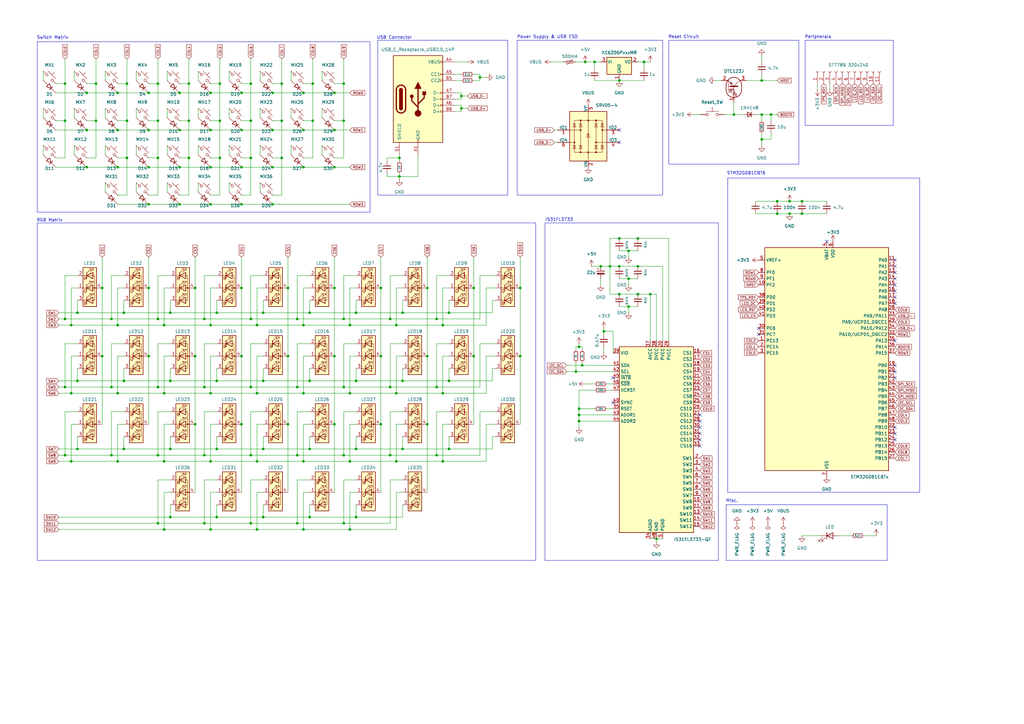
<source format=kicad_sch>
(kicad_sch (version 20250114) (generator "eeschema") (generator_version "9.0")
  (paper "A3")
  (title_block (title "pseusplit keyboard") (date "2025-06-08") (rev "0.1.0") (company "jack@pngu.org"))
  (rectangle (start 330.2 16.51) (end 366.395 51.435))
  (rectangle (start 15.24 91.44) (end 219.71 229.87))
  (rectangle (start 274.32 16.51) (end 327.66 67.31))
  (rectangle (start 297.815 207.01) (end 363.855 229.87))
  (rectangle (start 154.94 16.51) (end 208.28 80.01))
  (rectangle (start 212.09 16.51) (end 271.78 80.01))
  (rectangle (start 15.24 17.145) (end 151.765 86.995))
  (rectangle (start 298.45 73.025) (end 377.19 201.93))
  (rectangle (start 223.52 91.44) (end 294.64 229.87))
  (text "IS31FL3733" (at 229.362 90.17 0) (effects (font (size 1.27 1.27))))
  (text "RGB Matrix" (at 14.986 90.424 0) (effects (font (size 1.27 1.27)) (justify left)))
  (text "STM32G0B1CBT6" (at 306.07 71.12 0) (effects (font (size 1.27 1.27))))
  (text "Power Supply & USB ESD" (at 224.536 15.24 0) (effects (font (size 1.27 1.27))))
  (text "USB Connector\n" (at 161.798 15.494 0) (effects (font (size 1.27 1.27))))
  (text "Misc." (at 300.228 205.486 0) (effects (font (size 1.27 1.27))))
  (text "Reset Circuit" (at 280.416 15.24 0) (effects (font (size 1.27 1.27))))
  (text "Switch Matrix" (at 21.59 15.494 0) (effects (font (size 1.27 1.27))))
  (text "Peripherals" (at 335.534 15.24 0) (effects (font (size 1.27 1.27))))
  (junction (at 69.85 156.21))
  (junction (at 105.41 133.35))
  (junction (at 300.99 46.99))
  (junction (at 80.01 146.05))
  (junction (at 261.62 97.79))
  (junction (at 175.26 146.05))
  (junction (at 69.85 184.15))
  (junction (at 29.21 161.29))
  (junction (at 121.92 130.81))
  (junction (at 165.1 184.15))
  (junction (at 179.07 130.81))
  (junction (at 48.26 189.23))
  (junction (at 64.77 130.81))
  (junction (at 88.9 212.09))
  (junction (at 156.21 173.99))
  (junction (at 115.57 34.29))
  (junction (at 124.46 38.1))
  (junction (at 124.46 133.35))
  (junction (at 146.05 128.27))
  (junction (at 140.97 186.69))
  (junction (at 254 109.22))
  (junction (at 48.26 53.34))
  (junction (at 127 156.21))
  (junction (at 237.49 167.64))
  (junction (at 60.96 68.58))
  (junction (at 254 120.65))
  (junction (at 45.72 130.81))
  (junction (at 257.81 125.73))
  (junction (at 26.67 158.75))
  (junction (at 146.05 156.21))
  (junction (at 124.46 53.34))
  (junction (at 213.36 118.11))
  (junction (at 86.36 83.82))
  (junction (at 105.41 161.29))
  (junction (at 48.26 68.58))
  (junction (at 52.07 64.77))
  (junction (at 257.81 114.3))
  (junction (at 77.47 49.53))
  (junction (at 64.77 49.53))
  (junction (at 64.77 34.29))
  (junction (at 124.46 68.58))
  (junction (at 143.51 161.29))
  (junction (at 175.26 173.99))
  (junction (at 328.93 87.63))
  (junction (at 31.75 128.27))
  (junction (at 175.26 118.11))
  (junction (at 90.17 34.29))
  (junction (at 41.91 146.05))
  (junction (at 99.06 68.58))
  (junction (at 35.56 68.58))
  (junction (at 99.06 118.11))
  (junction (at 137.16 38.1))
  (junction (at 52.07 49.53))
  (junction (at 124.46 217.17))
  (junction (at 102.87 186.69))
  (junction (at 328.93 82.55))
  (junction (at 140.97 34.29))
  (junction (at 80.01 118.11))
  (junction (at 102.87 214.63))
  (junction (at 261.62 120.65))
  (junction (at 48.26 38.1))
  (junction (at 31.75 184.15))
  (junction (at 318.77 87.63))
  (junction (at 111.76 83.82))
  (junction (at 162.56 133.35))
  (junction (at 107.95 184.15))
  (junction (at 41.91 118.11))
  (junction (at 137.16 118.11))
  (junction (at 73.66 38.1))
  (junction (at 50.8 128.27))
  (junction (at 184.15 156.21))
  (junction (at 318.77 82.55))
  (junction (at 69.85 128.27))
  (junction (at 250.19 109.22))
  (junction (at 243.84 25.4))
  (junction (at 127 128.27))
  (junction (at 48.26 161.29))
  (junction (at 156.21 118.11))
  (junction (at 240.03 25.4))
  (junction (at 88.9 128.27))
  (junction (at 86.36 38.1))
  (junction (at 83.82 130.81))
  (junction (at 107.95 156.21))
  (junction (at 160.02 186.69))
  (junction (at 254 33.02))
  (junction (at 67.31 161.29))
  (junction (at 266.7 120.65))
  (junction (at 111.76 38.1))
  (junction (at 312.42 46.99))
  (junction (at 146.05 184.15))
  (junction (at 179.07 186.69))
  (junction (at 52.07 34.29))
  (junction (at 163.83 72.39))
  (junction (at 137.16 53.34))
  (junction (at 73.66 83.82))
  (junction (at 99.06 38.1))
  (junction (at 127 212.09))
  (junction (at 121.92 214.63))
  (junction (at 124.46 189.23))
  (junction (at 247.65 135.89))
  (junction (at 77.47 34.29))
  (junction (at 31.75 156.21))
  (junction (at 121.92 158.75))
  (junction (at 246.38 109.22))
  (junction (at 165.1 128.27))
  (junction (at 26.67 34.29))
  (junction (at 143.51 189.23))
  (junction (at 86.36 217.17))
  (junction (at 45.72 158.75))
  (junction (at 39.37 34.29))
  (junction (at 99.06 146.05))
  (junction (at 162.56 161.29))
  (junction (at 156.21 146.05))
  (junction (at 140.97 214.63))
  (junction (at 237.49 142.24))
  (junction (at 26.67 130.81))
  (junction (at 181.61 161.29))
  (junction (at 196.85 31.75))
  (junction (at 194.31 146.05))
  (junction (at 236.22 152.4))
  (junction (at 50.8 184.15))
  (junction (at 64.77 158.75))
  (junction (at 86.36 133.35))
  (junction (at 102.87 158.75))
  (junction (at 102.87 130.81))
  (junction (at 143.51 133.35))
  (junction (at 73.66 53.34))
  (junction (at 67.31 189.23))
  (junction (at 312.42 57.15))
  (junction (at 115.57 49.53))
  (junction (at 127 184.15))
  (junction (at 128.27 34.29))
  (junction (at 137.16 68.58))
  (junction (at 181.61 189.23))
  (junction (at 26.67 186.69))
  (junction (at 39.37 49.53))
  (junction (at 105.41 189.23))
  (junction (at 213.36 146.05))
  (junction (at 102.87 34.29))
  (junction (at 160.02 158.75))
  (junction (at 118.11 118.11))
  (junction (at 48.26 133.35))
  (junction (at 64.77 186.69))
  (junction (at 67.31 133.35))
  (junction (at 64.77 214.63))
  (junction (at 162.56 189.23))
  (junction (at 140.97 158.75))
  (junction (at 67.31 217.17))
  (junction (at 80.01 173.99))
  (junction (at 86.36 53.34))
  (junction (at 107.95 128.27))
  (junction (at 107.95 212.09))
  (junction (at 137.16 146.05))
  (junction (at 261.62 109.22))
  (junction (at 60.96 38.1))
  (junction (at 124.46 161.29))
  (junction (at 99.06 173.99))
  (junction (at 73.66 68.58))
  (junction (at 323.85 82.55))
  (junction (at 257.81 102.87))
  (junction (at 77.47 64.77))
  (junction (at 88.9 156.21))
  (junction (at 83.82 214.63))
  (junction (at 83.82 158.75))
  (junction (at 238.76 149.86))
  (junction (at 143.51 217.17))
  (junction (at 60.96 146.05))
  (junction (at 86.36 161.29))
  (junction (at 35.56 53.34))
  (junction (at 83.82 186.69))
  (junction (at 269.24 220.98))
  (junction (at 29.21 189.23))
  (junction (at 29.21 133.35))
  (junction (at 26.67 49.53))
  (junction (at 163.83 64.77))
  (junction (at 165.1 156.21))
  (junction (at 181.61 133.35))
  (junction (at 189.23 44.45))
  (junction (at 194.31 118.11))
  (junction (at 118.11 173.99))
  (junction (at 121.92 186.69))
  (junction (at 50.8 156.21))
  (junction (at 60.96 118.11))
  (junction (at 88.9 184.15))
  (junction (at 90.17 64.77))
  (junction (at 140.97 49.53))
  (junction (at 312.42 33.02))
  (junction (at 105.41 217.17))
  (junction (at 118.11 146.05))
  (junction (at 316.23 46.99))
  (junction (at 237.49 172.72))
  (junction (at 99.06 53.34))
  (junction (at 189.23 39.37))
  (junction (at 64.77 64.77))
  (junction (at 99.06 83.82))
  (junction (at 102.87 64.77))
  (junction (at 128.27 49.53))
  (junction (at 90.17 49.53))
  (junction (at 179.07 158.75))
  (junction (at 45.72 186.69))
  (junction (at 69.85 212.09))
  (junction (at 86.36 189.23))
  (junction (at 102.87 49.53))
  (junction (at 264.16 25.4))
  (junction (at 86.36 68.58))
  (junction (at 35.56 38.1))
  (junction (at 111.76 68.58))
  (junction (at 237.49 170.18))
  (junction (at 111.76 53.34))
  (junction (at 184.15 184.15))
  (junction (at 60.96 53.34))
  (junction (at 140.97 130.81))
  (junction (at 323.85 87.63))
  (junction (at 160.02 130.81))
  (junction (at 115.57 64.77))
  (junction (at 184.15 128.27))
  (junction (at 137.16 173.99))
  (junction (at 146.05 212.09))
  (junction (at 60.96 83.82))
  (junction (at 254 97.79))
  (no_connect (at 367.03 116.84))
  (no_connect (at 367.03 124.46))
  (no_connect (at 287.02 182.88))
  (no_connect (at 251.46 165.1))
  (no_connect (at 287.02 170.18))
  (no_connect (at 287.02 175.26))
  (no_connect (at 367.03 175.26))
  (no_connect (at 251.46 154.94))
  (no_connect (at 367.03 121.92))
  (no_connect (at 367.03 180.34))
  (no_connect (at 367.03 149.86))
  (no_connect (at 367.03 114.3))
  (no_connect (at 287.02 180.34))
  (no_connect (at 367.03 154.94))
  (no_connect (at 367.03 177.8))
  (no_connect (at 254 53.34))
  (no_connect (at 254 58.42))
  (no_connect (at 339.09 99.06))
  (no_connect (at 367.03 111.76))
  (no_connect (at 287.02 177.8))
  (no_connect (at 287.02 172.72))
  (no_connect (at 311.15 134.62))
  (no_connect (at 367.03 109.22))
  (no_connect (at 367.03 119.38))
  (no_connect (at 311.15 137.16))
  (no_connect (at 367.03 139.7))
  (no_connect (at 367.03 106.68))
  (no_connect (at 367.03 152.4))
  (wire (pts (xy 261.62 120.65) (xy 254 120.65)))
  (wire (pts (xy 60.96 118.11) (xy 60.96 146.05)))
  (wire (pts (xy 80.01 173.99) (xy 80.01 201.93)))
  (wire (pts (xy 50.8 113.03) (xy 45.72 113.03)))
  (wire (pts (xy 88.9 146.05) (xy 86.36 146.05)))
  (wire (pts (xy 181.61 146.05) (xy 181.61 161.29)))
  (wire (pts (xy 24.13 158.75) (xy 26.67 158.75)))
  (wire (pts (xy 67.31 146.05) (xy 67.31 161.29)))
  (wire (pts (xy 254 102.87) (xy 257.81 102.87)))
  (wire (pts (xy 165.1 118.11) (xy 162.56 118.11)))
  (wire (pts (xy 105.41 118.11) (xy 105.41 133.35)))
  (wire (pts (xy 35.56 49.53) (xy 39.37 49.53)))
  (wire (pts (xy 17.78 29.21) (xy 17.78 33.02)))
  (wire (pts (xy 236.22 25.4) (xy 240.03 25.4)))
  (wire (pts (xy 237.49 172.72) (xy 237.49 175.26)))
  (wire (pts (xy 132.08 29.21) (xy 132.08 33.02)))
  (wire (pts (xy 146.05 184.15) (xy 127 184.15)))
  (wire (pts (xy 86.36 146.05) (xy 86.36 161.29)))
  (wire (pts (xy 171.45 72.39) (xy 163.83 72.39)))
  (wire (pts (xy 194.31 146.05) (xy 194.31 173.99)))
  (wire (pts (xy 60.96 105.41) (xy 60.96 118.11)))
  (wire (pts (xy 243.84 33.02) (xy 254 33.02)))
  (wire (pts (xy 86.36 83.82) (xy 99.06 83.82)))
  (wire (pts (xy 181.61 161.29) (xy 162.56 161.29)))
  (wire (pts (xy 146.05 207.01) (xy 146.05 212.09)))
  (wire (pts (xy 309.88 82.55) (xy 318.77 82.55)))
  (wire (pts (xy 163.83 72.39) (xy 163.83 73.66)))
  (wire (pts (xy 111.76 64.77) (xy 115.57 64.77)))
  (wire (pts (xy 156.21 173.99) (xy 156.21 201.93)))
  (wire (pts (xy 140.97 130.81) (xy 121.92 130.81)))
  (wire (pts (xy 55.88 59.69) (xy 55.88 63.5)))
  (wire (pts (xy 69.85 140.97) (xy 64.77 140.97)))
  (wire (pts (xy 102.87 158.75) (xy 83.82 158.75)))
  (wire (pts (xy 22.86 68.58) (xy 35.56 68.58)))
  (wire (pts (xy 93.98 44.45) (xy 93.98 48.26)))
  (wire (pts (xy 105.41 133.35) (xy 124.46 133.35)))
  (wire (pts (xy 186.69 33.02) (xy 189.23 33.02)))
  (wire (pts (xy 77.47 24.13) (xy 77.47 34.29)))
  (wire (pts (xy 39.37 24.13) (xy 39.37 34.29)))
  (wire (pts (xy 86.36 189.23) (xy 67.31 189.23)))
  (wire (pts (xy 143.51 133.35) (xy 124.46 133.35)))
  (wire (pts (xy 165.1 123.19) (xy 165.1 128.27)))
  (wire (pts (xy 160.02 130.81) (xy 140.97 130.81)))
  (wire (pts (xy 124.46 49.53) (xy 128.27 49.53)))
  (wire (pts (xy 102.87 24.13) (xy 102.87 34.29)))
  (wire (pts (xy 199.39 161.29) (xy 181.61 161.29)))
  (wire (pts (xy 105.41 217.17) (xy 86.36 217.17)))
  (wire (pts (xy 115.57 64.77) (xy 115.57 80.01)))
  (wire (pts (xy 328.93 219.71) (xy 336.55 219.71)))
  (wire (pts (xy 127 168.91) (xy 121.92 168.91)))
  (wire (pts (xy 213.36 118.11) (xy 213.36 146.05)))
  (wire (pts (xy 184.15 156.21) (xy 165.1 156.21)))
  (wire (pts (xy 274.32 139.7) (xy 274.32 97.79)))
  (wire (pts (xy 39.37 64.77) (xy 39.37 49.53)))
  (wire (pts (xy 158.75 66.04) (xy 158.75 64.77)))
  (wire (pts (xy 146.05 128.27) (xy 127 128.27)))
  (wire (pts (xy 39.37 34.29) (xy 35.56 34.29)))
  (wire (pts (xy 181.61 118.11) (xy 181.61 133.35)))
  (wire (pts (xy 60.96 38.1) (xy 73.66 38.1)))
  (wire (pts (xy 203.2 168.91) (xy 196.85 168.91)))
  (wire (pts (xy 102.87 214.63) (xy 121.92 214.63)))
  (wire (pts (xy 69.85 113.03) (xy 64.77 113.03)))
  (wire (pts (xy 264.16 25.4) (xy 266.7 25.4)))
  (wire (pts (xy 41.91 105.41) (xy 41.91 118.11)))
  (wire (pts (xy 146.05 118.11) (xy 143.51 118.11)))
  (wire (pts (xy 39.37 49.53) (xy 39.37 34.29)))
  (wire (pts (xy 69.85 128.27) (xy 50.8 128.27)))
  (wire (pts (xy 243.84 25.4) (xy 243.84 27.94)))
  (wire (pts (xy 318.77 87.63) (xy 323.85 87.63)))
  (wire (pts (xy 31.75 123.19) (xy 31.75 128.27)))
  (wire (pts (xy 50.8 123.19) (xy 50.8 128.27)))
  (wire (pts (xy 26.67 49.53) (xy 26.67 64.77)))
  (wire (pts (xy 43.18 29.21) (xy 43.18 33.02)))
  (wire (pts (xy 175.26 118.11) (xy 175.26 146.05)))
  (wire (pts (xy 121.92 168.91) (xy 121.92 186.69)))
  (wire (pts (xy 30.48 44.45) (xy 30.48 48.26)))
  (wire (pts (xy 165.1 179.07) (xy 165.1 184.15)))
  (wire (pts (xy 48.26 161.29) (xy 29.21 161.29)))
  (wire (pts (xy 52.07 64.77) (xy 52.07 80.01)))
  (wire (pts (xy 127 212.09) (xy 146.05 212.09)))
  (wire (pts (xy 143.51 118.11) (xy 143.51 133.35)))
  (wire (pts (xy 52.07 49.53) (xy 52.07 34.29)))
  (wire (pts (xy 246.38 116.84) (xy 246.38 114.3)))
  (wire (pts (xy 316.23 57.15) (xy 316.23 54.61)))
  (wire (pts (xy 312.42 54.61) (xy 312.42 57.15)))
  (wire (pts (xy 107.95 184.15) (xy 88.9 184.15)))
  (wire (pts (xy 165.1 146.05) (xy 162.56 146.05)))
  (wire (pts (xy 24.13 214.63) (xy 64.77 214.63)))
  (wire (pts (xy 99.06 173.99) (xy 99.06 201.93)))
  (wire (pts (xy 81.28 59.69) (xy 81.28 63.5)))
  (wire (pts (xy 165.1 140.97) (xy 160.02 140.97)))
  (wire (pts (xy 99.06 105.41) (xy 99.06 118.11)))
  (wire (pts (xy 184.15 140.97) (xy 179.07 140.97)))
  (wire (pts (xy 124.46 146.05) (xy 124.46 161.29)))
  (wire (pts (xy 309.88 46.99) (xy 312.42 46.99)))
  (wire (pts (xy 67.31 118.11) (xy 67.31 133.35)))
  (wire (pts (xy 86.36 53.34) (xy 99.06 53.34)))
  (wire (pts (xy 31.75 179.07) (xy 31.75 184.15)))
  (wire (pts (xy 232.41 152.4) (xy 236.22 152.4)))
  (wire (pts (xy 90.17 64.77) (xy 90.17 49.53)))
  (wire (pts (xy 250.19 109.22) (xy 254 109.22)))
  (wire (pts (xy 124.46 201.93) (xy 124.46 217.17)))
  (wire (pts (xy 254 114.3) (xy 257.81 114.3)))
  (wire (pts (xy 48.26 49.53) (xy 52.07 49.53)))
  (wire (pts (xy 68.58 74.93) (xy 68.58 78.74)))
  (wire (pts (xy 243.84 160.02) (xy 237.49 160.02)))
  (wire (pts (xy 189.23 43.18) (xy 186.69 43.18)))
  (wire (pts (xy 162.56 161.29) (xy 143.51 161.29)))
  (wire (pts (xy 35.56 53.34) (xy 48.26 53.34)))
  (wire (pts (xy 184.15 184.15) (xy 165.1 184.15)))
  (wire (pts (xy 107.95 156.21) (xy 88.9 156.21)))
  (wire (pts (xy 127 140.97) (xy 121.92 140.97)))
  (wire (pts (xy 163.83 64.77) (xy 163.83 66.04)))
  (wire (pts (xy 24.13 217.17) (xy 67.31 217.17)))
  (wire (pts (xy 60.96 53.34) (xy 73.66 53.34)))
  (wire (pts (xy 140.97 49.53) (xy 140.97 34.29)))
  (wire (pts (xy 248.92 157.48) (xy 251.46 157.48)))
  (wire (pts (xy 240.03 25.4) (xy 243.84 25.4)))
  (wire (pts (xy 293.37 33.02) (xy 295.91 33.02)))
  (wire (pts (xy 86.36 49.53) (xy 90.17 49.53)))
  (wire (pts (xy 189.23 38.1) (xy 186.69 38.1)))
  (wire (pts (xy 156.21 118.11) (xy 156.21 146.05)))
  (wire (pts (xy 189.23 40.64) (xy 189.23 39.37)))
  (wire (pts (xy 22.86 38.1) (xy 35.56 38.1)))
  (wire (pts (xy 158.75 71.12) (xy 158.75 72.39)))
  (wire (pts (xy 203.2 113.03) (xy 196.85 113.03)))
  (wire (pts (xy 194.31 33.02) (xy 196.85 33.02)))
  (wire (pts (xy 118.11 118.11) (xy 118.11 146.05)))
  (wire (pts (xy 48.26 118.11) (xy 48.26 133.35)))
  (wire (pts (xy 80.01 146.05) (xy 80.01 173.99)))
  (wire (pts (xy 115.57 34.29) (xy 111.76 34.29)))
  (wire (pts (xy 128.27 24.13) (xy 128.27 34.29)))
  (wire (pts (xy 99.06 64.77) (xy 102.87 64.77)))
  (wire (pts (xy 143.51 161.29) (xy 124.46 161.29)))
  (wire (pts (xy 194.31 118.11) (xy 194.31 146.05)))
  (wire (pts (xy 227.33 58.42) (xy 228.6 58.42)))
  (wire (pts (xy 86.36 38.1) (xy 99.06 38.1)))
  (wire (pts (xy 88.9 179.07) (xy 88.9 184.15)))
  (wire (pts (xy 107.95 173.99) (xy 105.41 173.99)))
  (wire (pts (xy 29.21 189.23) (xy 24.13 189.23)))
  (wire (pts (xy 127 207.01) (xy 127 212.09)))
  (wire (pts (xy 146.05 140.97) (xy 140.97 140.97)))
  (wire (pts (xy 48.26 53.34) (xy 60.96 53.34)))
  (wire (pts (xy 99.06 53.34) (xy 111.76 53.34)))
  (wire (pts (xy 143.51 217.17) (xy 162.56 217.17)))
  (wire (pts (xy 201.93 128.27) (xy 184.15 128.27)))
  (wire (pts (xy 64.77 64.77) (xy 64.77 49.53)))
  (wire (pts (xy 179.07 140.97) (xy 179.07 158.75)))
  (wire (pts (xy 121.92 113.03) (xy 121.92 130.81)))
  (wire (pts (xy 251.46 172.72) (xy 237.49 172.72)))
  (wire (pts (xy 69.85 179.07) (xy 69.85 184.15)))
  (wire (pts (xy 266.7 220.98) (xy 269.24 220.98)))
  (wire (pts (xy 165.1 128.27) (xy 146.05 128.27)))
  (wire (pts (xy 306.07 33.02) (xy 312.42 33.02)))
  (wire (pts (xy 181.61 189.23) (xy 162.56 189.23)))
  (wire (pts (xy 160.02 113.03) (xy 160.02 130.81)))
  (wire (pts (xy 52.07 24.13) (xy 52.07 34.29)))
  (wire (pts (xy 68.58 29.21) (xy 68.58 33.02)))
  (wire (pts (xy 284.48 46.99) (xy 287.02 46.99)))
  (wire (pts (xy 102.87 49.53) (xy 102.87 34.29)))
  (wire (pts (xy 250.19 120.65) (xy 250.19 109.22)))
  (wire (pts (xy 179.07 158.75) (xy 160.02 158.75)))
  (wire (pts (xy 140.97 34.29) (xy 137.16 34.29)))
  (wire (pts (xy 243.84 25.4) (xy 246.38 25.4)))
  (wire (pts (xy 140.97 24.13) (xy 140.97 34.29)))
  (wire (pts (xy 88.9 201.93) (xy 86.36 201.93)))
  (wire (pts (xy 156.21 146.05) (xy 156.21 173.99)))
  (wire (pts (xy 194.31 30.48) (xy 196.85 30.48)))
  (wire (pts (xy 226.06 25.4) (xy 231.14 25.4)))
  (wire (pts (xy 328.93 82.55) (xy 339.09 82.55)))
  (wire (pts (xy 165.1 156.21) (xy 146.05 156.21)))
  (wire (pts (xy 90.17 64.77) (xy 90.17 80.01)))
  (wire (pts (xy 48.26 64.77) (xy 52.07 64.77)))
  (wire (pts (xy 254 109.22) (xy 261.62 109.22)))
  (wire (pts (xy 201.93 151.13) (xy 201.93 156.21)))
  (wire (pts (xy 26.67 186.69) (xy 24.13 186.69)))
  (wire (pts (xy 254 120.65) (xy 250.19 120.65)))
  (wire (pts (xy 50.8 140.97) (xy 45.72 140.97)))
  (wire (pts (xy 196.85 158.75) (xy 179.07 158.75)))
  (wire (pts (xy 102.87 168.91) (xy 102.87 186.69)))
  (wire (pts (xy 52.07 34.29) (xy 48.26 34.29)))
  (wire (pts (xy 64.77 186.69) (xy 45.72 186.69)))
  (wire (pts (xy 50.8 168.91) (xy 45.72 168.91)))
  (wire (pts (xy 106.68 29.21) (xy 106.68 33.02)))
  (wire (pts (xy 201.93 184.15) (xy 184.15 184.15)))
  (wire (pts (xy 196.85 30.48) (xy 196.85 31.75)))
  (wire (pts (xy 140.97 64.77) (xy 140.97 49.53)))
  (wire (pts (xy 189.23 39.37) (xy 191.77 39.37)))
  (wire (pts (xy 184.15 168.91) (xy 179.07 168.91)))
  (wire (pts (xy 203.2 123.19) (xy 201.93 123.19)))
  (wire (pts (xy 86.36 217.17) (xy 67.31 217.17)))
  (wire (pts (xy 189.23 44.45) (xy 189.23 43.18)))
  (wire (pts (xy 146.05 146.05) (xy 143.51 146.05)))
  (wire (pts (xy 99.06 146.05) (xy 99.06 173.99)))
  (wire (pts (xy 31.75 146.05) (xy 29.21 146.05)))
  (wire (pts (xy 137.16 38.1) (xy 143.51 38.1)))
  (wire (pts (xy 26.67 113.03) (xy 26.67 130.81)))
  (wire (pts (xy 86.36 201.93) (xy 86.36 217.17)))
  (wire (pts (xy 107.95 168.91) (xy 102.87 168.91)))
  (wire (pts (xy 132.08 59.69) (xy 132.08 63.5)))
  (wire (pts (xy 102.87 130.81) (xy 83.82 130.81)))
  (wire (pts (xy 81.28 44.45) (xy 81.28 48.26)))
  (wire (pts (xy 269.24 220.98) (xy 271.78 220.98)))
  (wire (pts (xy 140.97 140.97) (xy 140.97 158.75)))
  (wire (pts (xy 86.36 118.11) (xy 86.36 133.35)))
  (wire (pts (xy 160.02 196.85) (xy 165.1 196.85)))
  (wire (pts (xy 312.42 57.15) (xy 312.42 59.69)))
  (wire (pts (xy 312.42 30.48) (xy 312.42 33.02)))
  (wire (pts (xy 41.91 118.11) (xy 41.91 146.05)))
  (wire (pts (xy 158.75 64.77) (xy 163.83 64.77)))
  (wire (pts (xy 60.96 64.77) (xy 64.77 64.77)))
  (wire (pts (xy 254 33.02) (xy 264.16 33.02)))
  (wire (pts (xy 67.31 201.93) (xy 67.31 217.17)))
  (wire (pts (xy 107.95 201.93) (xy 105.41 201.93)))
  (wire (pts (xy 77.47 34.29) (xy 73.66 34.29)))
  (wire (pts (xy 107.95 140.97) (xy 102.87 140.97)))
  (wire (pts (xy 111.76 83.82) (xy 143.51 83.82)))
  (wire (pts (xy 146.05 179.07) (xy 146.05 184.15)))
  (wire (pts (xy 86.36 173.99) (xy 86.36 189.23)))
  (wire (pts (xy 184.15 118.11) (xy 181.61 118.11)))
  (wire (pts (xy 26.67 130.81) (xy 24.13 130.81)))
  (wire (pts (xy 83.82 186.69) (xy 64.77 186.69)))
  (wire (pts (xy 165.1 212.09) (xy 165.1 207.01)))
  (wire (pts (xy 160.02 186.69) (xy 140.97 186.69)))
  (wire (pts (xy 50.8 146.05) (xy 48.26 146.05)))
  (wire (pts (xy 50.8 128.27) (xy 31.75 128.27)))
  (wire (pts (xy 48.26 83.82) (xy 60.96 83.82)))
  (wire (pts (xy 264.16 25.4) (xy 264.16 27.94)))
  (wire (pts (xy 105.41 133.35) (xy 86.36 133.35)))
  (wire (pts (xy 309.88 87.63) (xy 318.77 87.63)))
  (wire (pts (xy 137.16 146.05) (xy 137.16 173.99)))
  (wire (pts (xy 102.87 214.63) (xy 83.82 214.63)))
  (wire (pts (xy 105.41 189.23) (xy 86.36 189.23)))
  (wire (pts (xy 203.2 173.99) (xy 199.39 173.99)))
  (wire (pts (xy 41.91 146.05) (xy 41.91 173.99)))
  (wire (pts (xy 69.85 118.11) (xy 67.31 118.11)))
  (wire (pts (xy 199.39 146.05) (xy 199.39 161.29)))
  (wire (pts (xy 203.2 146.05) (xy 199.39 146.05)))
  (wire (pts (xy 64.77 113.03) (xy 64.77 130.81)))
  (wire (pts (xy 73.66 80.01) (xy 77.47 80.01)))
  (wire (pts (xy 266.7 120.65) (xy 261.62 120.65)))
  (wire (pts (xy 143.51 173.99) (xy 143.51 189.23)))
  (wire (pts (xy 146.05 151.13) (xy 146.05 156.21)))
  (wire (pts (xy 106.68 59.69) (xy 106.68 63.5)))
  (wire (pts (xy 312.42 22.86) (xy 312.42 25.4)))
  (wire (pts (xy 238.76 149.86) (xy 251.46 149.86)))
  (wire (pts (xy 88.9 168.91) (xy 83.82 168.91)))
  (wire (pts (xy 50.8 151.13) (xy 50.8 156.21)))
  (wire (pts (xy 86.36 80.01) (xy 90.17 80.01)))
  (wire (pts (xy 69.85 196.85) (xy 64.77 196.85)))
  (wire (pts (xy 50.8 156.21) (xy 31.75 156.21)))
  (wire (pts (xy 184.15 173.99) (xy 181.61 173.99)))
  (wire (pts (xy 45.72 113.03) (xy 45.72 130.81)))
  (wire (pts (xy 163.83 71.12) (xy 163.83 72.39)))
  (wire (pts (xy 73.66 83.82) (xy 86.36 83.82)))
  (wire (pts (xy 199.39 173.99) (xy 199.39 189.23)))
  (wire (pts (xy 105.41 161.29) (xy 86.36 161.29)))
  (wire (pts (xy 81.28 29.21) (xy 81.28 33.02)))
  (wire (pts (xy 124.46 64.77) (xy 128.27 64.77)))
  (wire (pts (xy 77.47 49.53) (xy 77.47 34.29)))
  (wire (pts (xy 48.26 133.35) (xy 29.21 133.35)))
  (wire (pts (xy 232.41 149.86) (xy 238.76 149.86)))
  (wire (pts (xy 236.22 152.4) (xy 251.46 152.4)))
  (wire (pts (xy 312.42 57.15) (xy 316.23 57.15)))
  (wire (pts (xy 88.9 173.99) (xy 86.36 173.99)))
  (wire (pts (xy 128.27 49.53) (xy 128.27 34.29)))
  (wire (pts (xy 213.36 146.05) (xy 213.36 173.99)))
  (wire (pts (xy 165.1 113.03) (xy 160.02 113.03)))
  (wire (pts (xy 175.26 146.05) (xy 175.26 173.99)))
  (wire (pts (xy 137.16 173.99) (xy 137.16 201.93)))
  (wire (pts (xy 146.05 113.03) (xy 140.97 113.03)))
  (wire (pts (xy 186.69 25.4) (xy 191.77 25.4)))
  (wire (pts (xy 121.92 140.97) (xy 121.92 158.75)))
  (wire (pts (xy 160.02 158.75) (xy 140.97 158.75)))
  (wire (pts (xy 261.62 25.4) (xy 264.16 25.4)))
  (wire (pts (xy 64.77 24.13) (xy 64.77 34.29)))
  (wire (pts (xy 22.86 53.34) (xy 35.56 53.34)))
  (wire (pts (xy 102.87 186.69) (xy 121.92 186.69)))
  (wire (pts (xy 257.81 125.73) (xy 257.81 128.27)))
  (wire (pts (xy 73.66 38.1) (xy 86.36 38.1)))
  (wire (pts (xy 237.49 170.18) (xy 237.49 172.72)))
  (wire (pts (xy 242.57 109.22) (xy 246.38 109.22)))
  (wire (pts (xy 30.48 59.69) (xy 30.48 63.5)))
  (wire (pts (xy 43.18 44.45) (xy 43.18 48.26)))
  (wire (pts (xy 107.95 184.15) (xy 127 184.15)))
  (wire (pts (xy 48.26 38.1) (xy 60.96 38.1)))
  (wire (pts (xy 17.78 44.45) (xy 17.78 48.26)))
  (wire (pts (xy 127 123.19) (xy 127 128.27)))
  (wire (pts (xy 22.86 34.29) (xy 26.67 34.29)))
  (wire (pts (xy 88.9 128.27) (xy 69.85 128.27)))
  (wire (pts (xy 69.85 123.19) (xy 69.85 128.27)))
  (wire (pts (xy 354.33 219.71) (xy 359.41 219.71)))
  (wire (pts (xy 111.76 68.58) (xy 124.46 68.58)))
  (wire (pts (xy 64.77 140.97) (xy 64.77 158.75)))
  (wire (pts (xy 31.75 151.13) (xy 31.75 156.21)))
  (wire (pts (xy 146.05 212.09) (xy 165.1 212.09)))
  (wire (pts (xy 48.26 173.99) (xy 48.26 189.23)))
  (wire (pts (xy 73.66 68.58) (xy 86.36 68.58)))
  (wire (pts (xy 83.82 158.75) (xy 64.77 158.75)))
  (wire (pts (xy 143.51 201.93) (xy 143.51 217.17)))
  (wire (pts (xy 31.75 128.27) (xy 24.13 128.27)))
  (wire (pts (xy 184.15 128.27) (xy 165.1 128.27)))
  (wire (pts (xy 90.17 24.13) (xy 90.17 34.29)))
  (wire (pts (xy 119.38 59.69) (xy 119.38 63.5)))
  (wire (pts (xy 50.8 173.99) (xy 48.26 173.99)))
  (wire (pts (xy 83.82 168.91) (xy 83.82 186.69)))
  (wire (pts (xy 165.1 168.91) (xy 160.02 168.91)))
  (wire (pts (xy 83.82 113.03) (xy 83.82 130.81)))
  (wire (pts (xy 137.16 68.58) (xy 143.51 68.58)))
  (wire (pts (xy 102.87 186.69) (xy 83.82 186.69)))
  (wire (pts (xy 26.67 24.13) (xy 26.67 34.29)))
  (wire (pts (xy 203.2 179.07) (xy 201.93 179.07)))
  (wire (pts (xy 69.85 173.99) (xy 67.31 173.99)))
  (wire (pts (xy 323.85 87.63) (xy 328.93 87.63)))
  (wire (pts (xy 143.51 146.05) (xy 143.51 161.29)))
  (wire (pts (xy 146.05 156.21) (xy 127 156.21)))
  (wire (pts (xy 194.31 105.41) (xy 194.31 118.11)))
  (wire (pts (xy 237.49 140.97) (xy 237.49 142.24)))
  (wire (pts (xy 127 113.03) (xy 121.92 113.03)))
  (wire (pts (xy 73.66 49.53) (xy 77.47 49.53)))
  (wire (pts (xy 115.57 49.53) (xy 115.57 34.29)))
  (wire (pts (xy 312.42 46.99) (xy 312.42 49.53)))
  (wire (pts (xy 127 201.93) (xy 124.46 201.93)))
  (wire (pts (xy 26.67 168.91) (xy 26.67 186.69)))
  (wire (pts (xy 67.31 133.35) (xy 48.26 133.35)))
  (wire (pts (xy 43.18 59.69) (xy 43.18 63.5)))
  (wire (pts (xy 163.83 63.5) (xy 163.83 64.77)))
  (wire (pts (xy 251.46 144.78) (xy 251.46 135.89)))
  (wire (pts (xy 199.39 118.11) (xy 199.39 133.35)))
  (wire (pts (xy 31.75 140.97) (xy 26.67 140.97)))
  (wire (pts (xy 111.76 53.34) (xy 124.46 53.34)))
  (wire (pts (xy 127 146.05) (xy 124.46 146.05)))
  (wire (pts (xy 29.21 146.05) (xy 29.21 161.29)))
  (wire (pts (xy 29.21 133.35) (xy 24.13 133.35)))
  (wire (pts (xy 269.24 139.7) (xy 269.24 120.65)))
  (wire (pts (xy 107.95 113.03) (xy 102.87 113.03)))
  (wire (pts (xy 250.19 97.79) (xy 250.19 109.22)))
  (wire (pts (xy 119.38 44.45) (xy 119.38 48.26)))
  (wire (pts (xy 196.85 168.91) (xy 196.85 186.69)))
  (wire (pts (xy 111.76 80.01) (xy 115.57 80.01)))
  (wire (pts (xy 124.46 173.99) (xy 124.46 189.23)))
  (wire (pts (xy 86.36 133.35) (xy 67.31 133.35)))
  (wire (pts (xy 107.95 151.13) (xy 107.95 156.21)))
  (wire (pts (xy 73.66 64.77) (xy 77.47 64.77)))
  (wire (pts (xy 48.26 146.05) (xy 48.26 161.29)))
  (wire (pts (xy 88.9 207.01) (xy 88.9 212.09)))
  (wire (pts (xy 88.9 184.15) (xy 69.85 184.15)))
  (wire (pts (xy 118.11 146.05) (xy 118.11 173.99)))
  (wire (pts (xy 102.87 34.29) (xy 99.06 34.29)))
  (wire (pts (xy 31.75 118.11) (xy 29.21 118.11)))
  (wire (pts (xy 105.41 173.99) (xy 105.41 189.23)))
  (wire (pts (xy 179.07 130.81) (xy 160.02 130.81)))
  (wire (pts (xy 162.56 217.17) (xy 162.56 201.93)))
  (wire (pts (xy 124.46 53.34) (xy 137.16 53.34)))
  (wire (pts (xy 160.02 168.91) (xy 160.02 186.69)))
  (wire (pts (xy 261.62 97.79) (xy 254 97.79)))
  (wire (pts (xy 111.76 38.1) (xy 124.46 38.1)))
  (wire (pts (xy 35.56 68.58) (xy 48.26 68.58)))
  (wire (pts (xy 238.76 148.59) (xy 238.76 149.86)))
  (wire (pts (xy 105.41 161.29) (xy 124.46 161.29)))
  (wire (pts (xy 35.56 64.77) (xy 39.37 64.77)))
  (wire (pts (xy 88.9 151.13) (xy 88.9 156.21)))
  (wire (pts (xy 124.46 38.1) (xy 137.16 38.1)))
  (wire (pts (xy 88.9 156.21) (xy 69.85 156.21)))
  (wire (pts (xy 246.38 109.22) (xy 250.19 109.22)))
  (wire (pts (xy 107.95 123.19) (xy 107.95 128.27)))
  (wire (pts (xy 52.07 64.77) (xy 52.07 49.53)))
  (wire (pts (xy 55.88 74.93) (xy 55.88 78.74)))
  (wire (pts (xy 69.85 146.05) (xy 67.31 146.05)))
  (wire (pts (xy 115.57 64.77) (xy 115.57 49.53)))
  (wire (pts (xy 24.13 161.29) (xy 29.21 161.29)))
  (wire (pts (xy 316.23 46.99) (xy 318.77 46.99)))
  (wire (pts (xy 140.97 214.63) (xy 160.02 214.63)))
  (wire (pts (xy 203.2 140.97) (xy 196.85 140.97)))
  (wire (pts (xy 60.96 49.53) (xy 64.77 49.53)))
  (wire (pts (xy 184.15 113.03) (xy 179.07 113.03)))
  (wire (pts (xy 186.69 30.48) (xy 189.23 30.48)))
  (wire (pts (xy 88.9 113.03) (xy 83.82 113.03)))
  (wire (pts (xy 127 173.99) (xy 124.46 173.99)))
  (wire (pts (xy 140.97 158.75) (xy 121.92 158.75)))
  (wire (pts (xy 111.76 49.53) (xy 115.57 49.53)))
  (wire (pts (xy 64.77 158.75) (xy 45.72 158.75)))
  (wire (pts (xy 137.16 49.53) (xy 140.97 49.53)))
  (wire (pts (xy 236.22 142.24) (xy 237.49 142.24)))
  (wire (pts (xy 107.95 179.07) (xy 107.95 184.15)))
  (wire (pts (xy 344.17 219.71) (xy 349.25 219.71)))
  (wire (pts (xy 69.85 168.91) (xy 64.77 168.91)))
  (wire (pts (xy 269.24 120.65) (xy 266.7 120.65)))
  (wire (pts (xy 179.07 186.69) (xy 160.02 186.69)))
  (wire (pts (xy 203.2 151.13) (xy 201.93 151.13)))
  (wire (pts (xy 237.49 160.02) (xy 237.49 167.64)))
  (wire (pts (xy 199.39 189.23) (xy 181.61 189.23)))
  (wire (pts (xy 102.87 64.77) (xy 102.87 49.53)))
  (wire (pts (xy 124.46 217.17) (xy 143.51 217.17)))
  (wire (pts (xy 50.8 184.15) (xy 31.75 184.15)))
  (wire (pts (xy 162.56 189.23) (xy 143.51 189.23)))
  (wire (pts (xy 83.82 214.63) (xy 64.77 214.63)))
  (wire (pts (xy 60.96 146.05) (xy 60.96 173.99)))
  (wire (pts (xy 99.06 38.1) (xy 111.76 38.1)))
  (wire (pts (xy 196.85 130.81) (xy 179.07 130.81)))
  (wire (pts (xy 17.78 59.69) (xy 17.78 63.5)))
  (wire (pts (xy 93.98 74.93) (xy 93.98 78.74)))
  (wire (pts (xy 254 125.73) (xy 257.81 125.73)))
  (wire (pts (xy 160.02 140.97) (xy 160.02 158.75)))
  (wire (pts (xy 247.65 134.62) (xy 247.65 135.89)))
  (wire (pts (xy 55.88 29.21) (xy 55.88 33.02)))
  (wire (pts (xy 60.96 80.01) (xy 64.77 80.01)))
  (wire (pts (xy 297.18 46.99) (xy 300.99 46.99)))
  (wire (pts (xy 196.85 113.03) (xy 196.85 130.81)))
  (wire (pts (xy 247.65 142.24) (xy 247.65 144.78)))
  (wire (pts (xy 318.77 82.55) (xy 323.85 82.55)))
  (wire (pts (xy 99.06 49.53) (xy 102.87 49.53)))
  (wire (pts (xy 31.75 173.99) (xy 29.21 173.99)))
  (wire (pts (xy 127 151.13) (xy 127 156.21)))
  (wire (pts (xy 146.05 201.93) (xy 143.51 201.93)))
  (wire (pts (xy 171.45 63.5) (xy 171.45 72.39)))
  (wire (pts (xy 247.65 135.89) (xy 247.65 137.16)))
  (wire (pts (xy 312.42 46.99) (xy 316.23 46.99)))
  (wire (pts (xy 300.99 46.99) (xy 304.8 46.99)))
  (wire (pts (xy 80.01 118.11) (xy 80.01 146.05)))
  (wire (pts (xy 140.97 113.03) (xy 140.97 130.81)))
  (wire (pts (xy 102.87 158.75) (xy 121.92 158.75)))
  (wire (pts (xy 213.36 105.41) (xy 213.36 118.11)))
  (wire (pts (xy 69.85 184.15) (xy 50.8 184.15)))
  (wire (pts (xy 162.56 133.35) (xy 143.51 133.35)))
  (wire (pts (xy 127 118.11) (xy 124.46 118.11)))
  (wire (pts (xy 64.77 168.91) (xy 64.77 186.69)))
  (wire (pts (xy 26.67 140.97) (xy 26.67 158.75)))
  (wire (pts (xy 238.76 142.24) (xy 238.76 143.51)))
  (wire (pts (xy 60.96 83.82) (xy 73.66 83.82)))
  (wire (pts (xy 55.88 44.45) (xy 55.88 48.26)))
  (wire (pts (xy 99.06 80.01) (xy 102.87 80.01)))
  (wire (pts (xy 67.31 161.29) (xy 48.26 161.29)))
  (wire (pts (xy 236.22 143.51) (xy 236.22 142.24)))
  (wire (pts (xy 269.24 220.98) (xy 269.24 222.25)))
  (wire (pts (xy 237.49 170.18) (xy 251.46 170.18)))
  (wire (pts (xy 86.36 161.29) (xy 67.31 161.29)))
  (wire (pts (xy 254 97.79) (xy 250.19 97.79)))
  (wire (pts (xy 22.86 49.53) (xy 26.67 49.53)))
  (wire (pts (xy 335.28 34.29) (xy 335.28 36.83)))
  (wire (pts (xy 60.96 68.58) (xy 73.66 68.58)))
  (wire (pts (xy 88.9 212.09) (xy 69.85 212.09)))
  (wire (pts (xy 107.95 196.85) (xy 102.87 196.85)))
  (wire (pts (xy 328.93 87.63) (xy 339.09 87.63)))
  (wire (pts (xy 31.75 168.91) (xy 26.67 168.91)))
  (wire (pts (xy 88.9 196.85) (xy 83.82 196.85)))
  (wire (pts (xy 146.05 168.91) (xy 140.97 168.91)))
  (wire (pts (xy 266.7 139.7) (xy 266.7 120.65)))
  (wire (pts (xy 67.31 189.23) (xy 48.26 189.23)))
  (wire (pts (xy 248.92 167.64) (xy 251.46 167.64)))
  (wire (pts (xy 165.1 173.99) (xy 162.56 173.99)))
  (wire (pts (xy 162.56 173.99) (xy 162.56 189.23)))
  (wire (pts (xy 257.81 125.73) (xy 261.62 125.73)))
  (wire (pts (xy 243.84 167.64) (xy 237.49 167.64)))
  (wire (pts (xy 247.65 135.89) (xy 251.46 135.89)))
  (wire (pts (xy 83.82 130.81) (xy 64.77 130.81)))
  (wire (pts (xy 340.36 34.29) (xy 340.36 36.83)))
  (wire (pts (xy 107.95 146.05) (xy 105.41 146.05)))
  (wire (pts (xy 124.46 68.58) (xy 137.16 68.58)))
  (wire (pts (xy 102.87 130.81) (xy 121.92 130.81)))
  (wire (pts (xy 24.13 156.21) (xy 31.75 156.21)))
  (wire (pts (xy 323.85 82.55) (xy 328.93 82.55)))
  (wire (pts (xy 48.26 68.58) (xy 60.96 68.58)))
  (wire (pts (xy 121.92 196.85) (xy 121.92 214.63)))
  (wire (pts (xy 99.06 68.58) (xy 111.76 68.58)))
  (wire (pts (xy 45.72 140.97) (xy 45.72 158.75)))
  (wire (pts (xy 312.42 33.02) (xy 318.77 33.02)))
  (wire (pts (xy 128.27 34.29) (xy 124.46 34.29)))
  (wire (pts (xy 300.99 41.91) (xy 300.99 46.99)))
  (wire (pts (xy 201.93 123.19) (xy 201.93 128.27)))
  (wire (pts (xy 105.41 217.17) (xy 124.46 217.17)))
  (wire (pts (xy 179.07 168.91) (xy 179.07 186.69)))
  (wire (pts (xy 107.95 212.09) (xy 88.9 212.09)))
  (wire (pts (xy 196.85 31.75) (xy 196.85 33.02)))
  (wire (pts (xy 99.06 118.11) (xy 99.06 146.05)))
  (wire (pts (xy 102.87 196.85) (xy 102.87 214.63)))
  (wire (pts (xy 69.85 151.13) (xy 69.85 156.21)))
  (wire (pts (xy 132.08 44.45) (xy 132.08 48.26)))
  (wire (pts (xy 64.77 196.85) (xy 64.77 214.63)))
  (wire (pts (xy 119.38 29.21) (xy 119.38 33.02)))
  (wire (pts (xy 137.16 53.34) (xy 143.51 53.34)))
  (wire (pts (xy 189.23 39.37) (xy 189.23 38.1)))
  (wire (pts (xy 124.46 118.11) (xy 124.46 133.35)))
  (wire (pts (xy 175.26 173.99) (xy 175.26 201.93)))
  (wire (pts (xy 31.75 113.03) (xy 26.67 113.03)))
  (wire (pts (xy 189.23 45.72) (xy 189.23 44.45)))
  (wire (pts (xy 77.47 64.77) (xy 77.47 80.01)))
  (wire (pts (xy 45.72 168.91) (xy 45.72 186.69)))
  (wire (pts (xy 45.72 158.75) (xy 26.67 158.75)))
  (wire (pts (xy 102.87 140.97) (xy 102.87 158.75)))
  (wire (pts (xy 203.2 118.11) (xy 199.39 118.11)))
  (wire (pts (xy 257.81 102.87) (xy 261.62 102.87)))
  (wire (pts (xy 102.87 64.77) (xy 102.87 80.01)))
  (wire (pts (xy 35.56 38.1) (xy 48.26 38.1)))
  (wire (pts (xy 107.95 207.01) (xy 107.95 212.09)))
  (wire (pts (xy 88.9 123.19) (xy 88.9 128.27)))
  (wire (pts (xy 179.07 113.03) (xy 179.07 130.81)))
  (wire (pts (xy 143.51 189.23) (xy 124.46 189.23)))
  (wire (pts (xy 90.17 49.53) (xy 90.17 34.29)))
  (wire (pts (xy 48.26 80.01) (xy 52.07 80.01)))
  (wire (pts (xy 127 179.07) (xy 127 184.15)))
  (wire (pts (xy 69.85 201.93) (xy 67.31 201.93)))
  (wire (pts (xy 165.1 151.13) (xy 165.1 156.21)))
  (wire (pts (xy 175.26 105.41) (xy 175.26 118.11)))
  (wire (pts (xy 137.16 105.41) (xy 137.16 118.11)))
  (wire (pts (xy 146.05 196.85) (xy 140.97 196.85)))
  (wire (pts (xy 106.68 44.45) (xy 106.68 48.26)))
  (wire (pts (xy 107.95 128.27) (xy 127 128.27)))
  (wire (pts (xy 118.11 105.41) (xy 118.11 118.11)))
  (wire (pts (xy 118.11 173.99) (xy 118.11 201.93)))
  (wire (pts (xy 83.82 140.97) (xy 83.82 158.75)))
  (wire (pts (xy 69.85 156.21) (xy 50.8 156.21)))
  (wire (pts (xy 257.81 102.87) (xy 257.81 105.41)))
  (wire (pts (xy 88.9 140.97) (xy 83.82 140.97)))
  (wire (pts (xy 248.92 160.02) (xy 251.46 160.02)))
  (wire (pts (xy 227.33 53.34) (xy 228.6 53.34)))
  (wire (pts (xy 271.78 109.22) (xy 261.62 109.22)))
  (wire (pts (xy 184.15 123.19) (xy 184.15 128.27)))
  (wire (pts (xy 184.15 146.05) (xy 181.61 146.05)))
  (wire (pts (xy 86.36 68.58) (xy 99.06 68.58)))
  (wire (pts (xy 81.28 74.93) (xy 81.28 78.74)))
  (wire (pts (xy 64.77 64.77) (xy 64.77 80.01)))
  (wire (pts (xy 22.86 64.77) (xy 26.67 64.77)))
  (wire (pts (xy 196.85 31.75) (xy 199.39 31.75)))
  (wire (pts (xy 184.15 151.13) (xy 184.15 156.21)))
  (wire (pts (xy 106.68 74.93) (xy 106.68 78.74)))
  (wire (pts (xy 68.58 59.69) (xy 68.58 63.5)))
  (wire (pts (xy 68.58 44.45) (xy 68.58 48.26)))
  (wire (pts (xy 184.15 179.07) (xy 184.15 184.15)))
  (wire (pts (xy 107.95 118.11) (xy 105.41 118.11)))
  (wire (pts (xy 80.01 105.41) (xy 80.01 118.11)))
  (wire (pts (xy 29.21 173.99) (xy 29.21 189.23)))
  (wire (pts (xy 48.26 189.23) (xy 29.21 189.23)))
  (wire (pts (xy 146.05 173.99) (xy 143.51 173.99)))
  (wire (pts (xy 201.93 156.21) (xy 184.15 156.21)))
  (wire (pts (xy 50.8 118.11) (xy 48.26 118.11)))
  (wire (pts (xy 105.41 146.05) (xy 105.41 161.29)))
  (wire (pts (xy 186.69 45.72) (xy 189.23 45.72)))
  (wire (pts (xy 160.02 214.63) (xy 160.02 196.85)))
  (wire (pts (xy 140.97 196.85) (xy 140.97 214.63)))
  (wire (pts (xy 158.75 72.39) (xy 163.83 72.39)))
  (wire (pts (xy 181.61 173.99) (xy 181.61 189.23)))
  (wire (pts (xy 93.98 29.21) (xy 93.98 33.02)))
  (wire (pts (xy 137.16 118.11) (xy 137.16 146.05)))
  (wire (pts (xy 181.61 133.35) (xy 162.56 133.35)))
  (wire (pts (xy 77.47 64.77) (xy 77.47 49.53)))
  (wire (pts (xy 201.93 179.07) (xy 201.93 184.15)))
  (wire (pts (xy 236.22 148.59) (xy 236.22 152.4)))
  (wire (pts (xy 29.21 118.11) (xy 29.21 133.35)))
  (wire (pts (xy 156.21 105.41) (xy 156.21 118.11)))
  (wire (pts (xy 107.95 128.27) (xy 88.9 128.27)))
  (wire (pts (xy 93.98 59.69) (xy 93.98 63.5)))
  (wire (pts (xy 162.56 201.93) (xy 165.1 201.93)))
  (wire (pts (xy 50.8 179.07) (xy 50.8 184.15)))
  (wire (pts (xy 274.32 97.79) (xy 261.62 97.79)))
  (wire (pts (xy 64.77 130.81) (xy 45.72 130.81)))
  (wire (pts (xy 24.13 212.09) (xy 69.85 212.09)))
  (wire (pts (xy 189.23 44.45) (xy 191.77 44.45)))
  (wire (pts (xy 90.17 34.29) (xy 86.36 34.29)))
  (wire (pts (xy 165.1 184.15) (xy 146.05 184.15)))
  (wire (pts (xy 140.97 168.91) (xy 140.97 186.69)))
  (wire (pts (xy 257.81 114.3) (xy 257.81 116.84)))
  (wire (pts (xy 140.97 186.69) (xy 121.92 186.69)))
  (wire (pts (xy 45.72 130.81) (xy 26.67 130.81)))
  (wire (pts (xy 43.18 74.93) (xy 43.18 78.74)))
  (wire (pts (xy 115.57 24.13) (xy 115.57 34.29)))
  (wire (pts (xy 162.56 118.11) (xy 162.56 133.35)))
  (wire (pts (xy 127 196.85) (xy 121.92 196.85)))
  (wire (pts (xy 271.78 139.7) (xy 271.78 109.22)))
  (wire (pts (xy 31.75 184.15) (xy 24.13 184.15)))
  (wire (pts (xy 237.49 167.64) (xy 237.49 170.18)))
  (wire (pts (xy 99.06 83.82) (xy 111.76 83.82)))
  (wire (pts (xy 64.77 49.53) (xy 64.77 34.29)))
  (wire (pts (xy 196.85 140.97) (xy 196.85 158.75)))
  (wire (pts (xy 83.82 196.85) (xy 83.82 214.63)))
  (wire (pts (xy 257.81 114.3) (xy 261.62 114.3)))
  (wire (pts (xy 121.92 214.63) (xy 140.97 214.63)))
  (wire (pts (xy 105.41 201.93) (xy 105.41 217.17)))
  (wire (pts (xy 69.85 207.01) (xy 69.85 212.09)))
  (wire (pts (xy 105.41 189.23) (xy 124.46 189.23)))
  (wire (pts (xy 107.95 212.09) (xy 127 212.09)))
  (wire (pts (xy 88.9 118.11) (xy 86.36 118.11)))
  (wire (pts (xy 73.66 53.34) (xy 86.36 53.34)))
  (wire (pts (xy 199.39 133.35) (xy 181.61 133.35)))
  (wire (pts (xy 237.49 142.24) (xy 238.76 142.24)))
  (wire (pts (xy 316.23 46.99) (xy 316.23 49.53)))
  (wire (pts (xy 186.69 40.64) (xy 189.23 40.64)))
  (wire (pts (xy 64.77 34.29) (xy 60.96 34.29)))
  (wire (pts (xy 102.87 113.03) (xy 102.87 130.81)))
  (wire (pts (xy 162.56 146.05) (xy 162.56 161.29)))
  (wire (pts (xy 240.03 157.48) (xy 243.84 157.48)))
  (wire (pts (xy 86.36 64.77) (xy 90.17 64.77)))
  (wire (pts (xy 26.67 34.29) (xy 26.67 49.53)))
  (wire (pts (xy 30.48 29.21) (xy 30.48 33.02)))
  (wire (pts (xy 128.27 64.77) (xy 128.27 49.53)))
  (wire (pts (xy 67.31 173.99) (xy 67.31 189.23)))
  (wire (pts (xy 45.72 186.69) (xy 26.67 186.69)))
  (wire (pts (xy 196.85 186.69) (xy 179.07 186.69)))
  (wire (pts (xy 146.05 123.19) (xy 146.05 128.27)))
  (wire (pts (xy 137.16 64.77) (xy 140.97 64.77)))
  (wire (pts (xy 107.95 156.21) (xy 127 156.21)))
  (global_label "I2C_SCL" (shape input) (at 232.41 149.86 180) (effects (font (size 1.016 1.016))) (property "Intersheetrefs" "${INTERSHEET_REFS}" (effects (hide yes))))
  (global_label "ROW0" (shape input) (at 311.15 114.3 180) (effects (font (size 1.016 1.016))) (property "Intersheetrefs" "${INTERSHEET_REFS}" (effects (hide yes))))
  (global_label "SW4" (shape input) (at 24.13 156.21 180) (effects (font (size 1.016 1.016))) (property "Intersheetrefs" "${INTERSHEET_REFS}" (effects (hide yes))))
  (global_label "COL2" (shape input) (at 311.15 139.7 180) (effects (font (size 1.016 1.016))) (property "Intersheetrefs" "${INTERSHEET_REFS}" (effects (hide yes))))
  (global_label "ROW0" (shape input) (at 143.51 38.1 0) (effects (font (size 1.016 1.016))) (property "Intersheetrefs" "${INTERSHEET_REFS}" (effects (hide yes))))
  (global_label "USB_D-" (shape input) (at 227.33 58.42 180) (effects (font (size 1.016 1.016))) (property "Intersheetrefs" "${INTERSHEET_REFS}" (effects (hide yes))))
  (global_label "SW1" (shape input) (at 24.13 128.27 180) (effects (font (size 1.016 1.016))) (property "Intersheetrefs" "${INTERSHEET_REFS}" (effects (hide yes))))
  (global_label "I2C_SDA" (shape input) (at 367.03 167.64 0) (effects (font (size 1.016 1.016))) (property "Intersheetrefs" "${INTERSHEET_REFS}" (effects (hide yes))))
  (global_label "I2C_SCL" (shape input) (at 367.03 165.1 0) (effects (font (size 1.016 1.016))) (property "Intersheetrefs" "${INTERSHEET_REFS}" (effects (hide yes))))
  (global_label "SW4" (shape input) (at 287.02 195.58 0) (effects (font (size 1.016 1.016))) (property "Intersheetrefs" "${INTERSHEET_REFS}" (effects (hide yes))))
  (global_label "SW9" (shape input) (at 287.02 208.28 0) (effects (font (size 1.016 1.016))) (property "Intersheetrefs" "${INTERSHEET_REFS}" (effects (hide yes))))
  (global_label "COL7" (shape input) (at 367.03 187.96 0) (effects (font (size 1.016 1.016))) (property "Intersheetrefs" "${INTERSHEET_REFS}" (effects (hide yes))))
  (global_label "ROW1" (shape input) (at 311.15 111.76 180) (effects (font (size 1.016 1.016))) (property "Intersheetrefs" "${INTERSHEET_REFS}" (effects (hide yes))))
  (global_label "USB_D-" (shape input) (at 367.03 129.54 0) (effects (font (size 1.016 1.016))) (property "Intersheetrefs" "${INTERSHEET_REFS}" (effects (hide yes))))
  (global_label "CS9" (shape input) (at 287.02 165.1 0) (effects (font (size 1.016 1.016))) (property "Intersheetrefs" "${INTERSHEET_REFS}" (effects (hide yes))))
  (global_label "CS3" (shape input) (at 80.01 105.41 90) (effects (font (size 1.016 1.016))) (property "Intersheetrefs" "${INTERSHEET_REFS}" (effects (hide yes))))
  (global_label "ROW2" (shape input) (at 143.51 68.58 0) (effects (font (size 1.016 1.016))) (property "Intersheetrefs" "${INTERSHEET_REFS}" (effects (hide yes))))
  (global_label "LCD_CS" (shape input) (at 311.15 129.54 180) (effects (font (size 1.016 1.016))) (property "Intersheetrefs" "${INTERSHEET_REFS}" (effects (hide yes))))
  (global_label "USB_D+" (shape input) (at 227.33 53.34 180) (effects (font (size 1.016 1.016))) (property "Intersheetrefs" "${INTERSHEET_REFS}" (effects (hide yes))))
  (global_label "CS5" (shape input) (at 118.11 105.41 90) (effects (font (size 1.016 1.016))) (property "Intersheetrefs" "${INTERSHEET_REFS}" (effects (hide yes))))
  (global_label "BOOT0" (shape input) (at 367.03 142.24 0) (effects (font (size 1.016 1.016))) (property "Intersheetrefs" "${INTERSHEET_REFS}" (effects (hide yes))))
  (global_label "SPI_MISO" (shape input) (at 345.44 34.29 270) (effects (font (size 1.016 1.016))) (property "Intersheetrefs" "${INTERSHEET_REFS}" (effects (hide yes))))
  (global_label "SW6" (shape input) (at 287.02 200.66 0) (effects (font (size 1.016 1.016))) (property "Intersheetrefs" "${INTERSHEET_REFS}" (effects (hide yes))))
  (global_label "COL1" (shape input) (at 311.15 142.24 180) (effects (font (size 1.016 1.016))) (property "Intersheetrefs" "${INTERSHEET_REFS}" (effects (hide yes))))
  (global_label "SW5" (shape input) (at 287.02 198.12 0) (effects (font (size 1.016 1.016))) (property "Intersheetrefs" "${INTERSHEET_REFS}" (effects (hide yes))))
  (global_label "CS4" (shape input) (at 99.06 105.41 90) (effects (font (size 1.016 1.016))) (property "Intersheetrefs" "${INTERSHEET_REFS}" (effects (hide yes))))
  (global_label "SW5" (shape input) (at 24.13 158.75 180) (effects (font (size 1.016 1.016))) (property "Intersheetrefs" "${INTERSHEET_REFS}" (effects (hide yes))))
  (global_label "USB_D+" (shape input) (at 367.03 134.62 0) (effects (font (size 1.016 1.016))) (property "Intersheetrefs" "${INTERSHEET_REFS}" (effects (hide yes))))
  (global_label "COL1" (shape input) (at 39.37 24.13 90) (effects (font (size 1.016 1.016))) (property "Intersheetrefs" "${INTERSHEET_REFS}" (effects (hide yes))))
  (global_label "COL4" (shape input) (at 77.47 24.13 90) (effects (font (size 1.016 1.016))) (property "Intersheetrefs" "${INTERSHEET_REFS}" (effects (hide yes))))
  (global_label "SW9" (shape input) (at 24.13 189.23 180) (effects (font (size 1.016 1.016))) (property "Intersheetrefs" "${INTERSHEET_REFS}" (effects (hide yes))))
  (global_label "SW12" (shape input) (at 24.13 217.17 180) (effects (font (size 1.016 1.016))) (property "Intersheetrefs" "${INTERSHEET_REFS}" (effects (hide yes))))
  (global_label "I2C_SDA" (shape input) (at 358.14 34.29 270) (effects (font (size 1.016 1.016))) (property "Intersheetrefs" "${INTERSHEET_REFS}" (effects (hide yes))))
  (global_label "CS1" (shape input) (at 287.02 144.78 0) (effects (font (size 1.016 1.016))) (property "Intersheetrefs" "${INTERSHEET_REFS}" (effects (hide yes))))
  (global_label "CS1" (shape input) (at 41.91 105.41 90) (effects (font (size 1.016 1.016))) (property "Intersheetrefs" "${INTERSHEET_REFS}" (effects (hide yes))))
  (global_label "SPI_SCK" (shape input) (at 367.03 157.48 0) (effects (font (size 1.016 1.016))) (property "Intersheetrefs" "${INTERSHEET_REFS}" (effects (hide yes))))
  (global_label "SPI_MOSI" (shape input) (at 367.03 162.56 0) (effects (font (size 1.016 1.016))) (property "Intersheetrefs" "${INTERSHEET_REFS}" (effects (hide yes))))
  (global_label "CS3" (shape input) (at 287.02 149.86 0) (effects (font (size 1.016 1.016))) (property "Intersheetrefs" "${INTERSHEET_REFS}" (effects (hide yes))))
  (global_label "BOOT0" (shape input) (at 318.77 46.99 0) (effects (font (size 1.016 1.016))) (property "Intersheetrefs" "${INTERSHEET_REFS}" (effects (hide yes))))
  (global_label "COL5" (shape input) (at 367.03 132.08 0) (effects (font (size 1.016 1.016))) (property "Intersheetrefs" "${INTERSHEET_REFS}" (effects (hide yes))))
  (global_label "CS9" (shape input) (at 194.31 105.41 90) (effects (font (size 1.016 1.016))) (property "Intersheetrefs" "${INTERSHEET_REFS}" (effects (hide yes))))
  (global_label "CS7" (shape input) (at 156.21 105.41 90) (effects (font (size 1.016 1.016))) (property "Intersheetrefs" "${INTERSHEET_REFS}" (effects (hide yes))))
  (global_label "NRST" (shape input) (at 318.77 33.02 0) (effects (font (size 1.016 1.016))) (property "Intersheetrefs" "${INTERSHEET_REFS}" (effects (hide yes))))
  (global_label "COL3" (shape input) (at 64.77 24.13 90) (effects (font (size 1.016 1.016))) (property "Intersheetrefs" "${INTERSHEET_REFS}" (effects (hide yes))))
  (global_label "SW2" (shape input) (at 287.02 190.5 0) (effects (font (size 1.016 1.016))) (property "Intersheetrefs" "${INTERSHEET_REFS}" (effects (hide yes))))
  (global_label "SPI_SCK" (shape input) (at 342.9 34.29 270) (effects (font (size 1.016 1.016))) (property "Intersheetrefs" "${INTERSHEET_REFS}" (effects (hide yes))))
  (global_label "SW10" (shape input) (at 24.13 212.09 180) (effects (font (size 1.016 1.016))) (property "Intersheetrefs" "${INTERSHEET_REFS}" (effects (hide yes))))
  (global_label "SW10" (shape input) (at 287.02 210.82 0) (effects (font (size 1.016 1.016))) (property "Intersheetrefs" "${INTERSHEET_REFS}" (effects (hide yes))))
  (global_label "I2C_SDA" (shape input) (at 232.41 152.4 180) (effects (font (size 1.016 1.016))) (property "Intersheetrefs" "${INTERSHEET_REFS}" (effects (hide yes))))
  (global_label "CS2" (shape input) (at 287.02 147.32 0) (effects (font (size 1.016 1.016))) (property "Intersheetrefs" "${INTERSHEET_REFS}" (effects (hide yes))))
  (global_label "SW8" (shape input) (at 24.13 186.69 180) (effects (font (size 1.016 1.016))) (property "Intersheetrefs" "${INTERSHEET_REFS}" (effects (hide yes))))
  (global_label "I2C_SCL" (shape input) (at 360.68 34.29 270) (effects (font (size 1.016 1.016))) (property "Intersheetrefs" "${INTERSHEET_REFS}" (effects (hide yes))))
  (global_label "CS7" (shape input) (at 287.02 160.02 0) (effects (font (size 1.016 1.016))) (property "Intersheetrefs" "${INTERSHEET_REFS}" (effects (hide yes))))
  (global_label "ROW2" (shape input) (at 367.03 137.16 0) (effects (font (size 1.016 1.016))) (property "Intersheetrefs" "${INTERSHEET_REFS}" (effects (hide yes))))
  (global_label "SW2" (shape input) (at 24.13 130.81 180) (effects (font (size 1.016 1.016))) (property "Intersheetrefs" "${INTERSHEET_REFS}" (effects (hide yes))))
  (global_label "CS10" (shape input) (at 213.36 105.41 90) (effects (font (size 1.016 1.016))) (property "Intersheetrefs" "${INTERSHEET_REFS}" (effects (hide yes))))
  (global_label "LCD_DC" (shape input) (at 311.15 124.46 180) (effects (font (size 1.016 1.016))) (property "Intersheetrefs" "${INTERSHEET_REFS}" (effects (hide yes))))
  (global_label "COL0" (shape input) (at 26.67 24.13 90) (effects (font (size 1.016 1.016))) (property "Intersheetrefs" "${INTERSHEET_REFS}" (effects (hide yes))))
  (global_label "COL8" (shape input) (at 367.03 185.42 0) (effects (font (size 1.016 1.016))) (property "Intersheetrefs" "${INTERSHEET_REFS}" (effects (hide yes))))
  (global_label "CS10" (shape input) (at 287.02 167.64 0) (effects (font (size 1.016 1.016))) (property "Intersheetrefs" "${INTERSHEET_REFS}" (effects (hide yes))))
  (global_label "COL8" (shape input) (at 128.27 24.13 90) (effects (font (size 1.016 1.016))) (property "Intersheetrefs" "${INTERSHEET_REFS}" (effects (hide yes))))
  (global_label "USB_D-" (shape input) (at 191.77 39.37 0) (effects (font (size 1.016 1.016))) (property "Intersheetrefs" "${INTERSHEET_REFS}" (effects (hide yes))))
  (global_label "CS8" (shape input) (at 287.02 162.56 0) (effects (font (size 1.016 1.016))) (property "Intersheetrefs" "${INTERSHEET_REFS}" (effects (hide yes))))
  (global_label "COL6" (shape input) (at 367.03 127 0) (effects (font (size 1.016 1.016))) (property "Intersheetrefs" "${INTERSHEET_REFS}" (effects (hide yes))))
  (global_label "SW11" (shape input) (at 24.13 214.63 180) (effects (font (size 1.016 1.016))) (property "Intersheetrefs" "${INTERSHEET_REFS}" (effects (hide yes))))
  (global_label "LCD_DC" (shape input) (at 355.6 34.29 270) (effects (font (size 1.016 1.016))) (property "Intersheetrefs" "${INTERSHEET_REFS}" (effects (hide yes))))
  (global_label "CS6" (shape input) (at 287.02 157.48 0) (effects (font (size 1.016 1.016))) (property "Intersheetrefs" "${INTERSHEET_REFS}" (effects (hide yes))))
  (global_label "SW1" (shape input) (at 287.02 187.96 0) (effects (font (size 1.016 1.016))) (property "Intersheetrefs" "${INTERSHEET_REFS}" (effects (hide yes))))
  (global_label "CS5" (shape input) (at 287.02 154.94 0) (effects (font (size 1.016 1.016))) (property "Intersheetrefs" "${INTERSHEET_REFS}" (effects (hide yes))))
  (global_label "LCD_RST" (shape input) (at 353.06 34.29 270) (effects (font (size 1.016 1.016))) (property "Intersheetrefs" "${INTERSHEET_REFS}" (effects (hide yes))))
  (global_label "TPS_RDY" (shape input) (at 337.82 34.29 270) (effects (font (size 1.016 1.016))) (property "Intersheetrefs" "${INTERSHEET_REFS}" (effects (hide yes))))
  (global_label "LCD_RST" (shape input) (at 311.15 127 180) (effects (font (size 1.016 1.016))) (property "Intersheetrefs" "${INTERSHEET_REFS}" (effects (hide yes))))
  (global_label "COL9" (shape input) (at 140.97 24.13 90) (effects (font (size 1.016 1.016))) (property "Intersheetrefs" "${INTERSHEET_REFS}" (effects (hide yes))))
  (global_label "USB_D+" (shape input) (at 191.77 44.45 0) (effects (font (size 1.016 1.016))) (property "Intersheetrefs" "${INTERSHEET_REFS}" (effects (hide yes))))
  (global_label "COL3" (shape input) (at 367.03 172.72 0) (effects (font (size 1.016 1.016))) (property "Intersheetrefs" "${INTERSHEET_REFS}" (effects (hide yes))))
  (global_label "COL2" (shape input) (at 52.07 24.13 90) (effects (font (size 1.016 1.016))) (property "Intersheetrefs" "${INTERSHEET_REFS}" (effects (hide yes))))
  (global_label "SPI_MOSI" (shape input) (at 347.98 34.29 270) (effects (font (size 1.016 1.016))) (property "Intersheetrefs" "${INTERSHEET_REFS}" (effects (hide yes))))
  (global_label "COL7" (shape input) (at 115.57 24.13 90) (effects (font (size 1.016 1.016))) (property "Intersheetrefs" "${INTERSHEET_REFS}" (effects (hide yes))))
  (global_label "COL9" (shape input) (at 367.03 182.88 0) (effects (font (size 1.016 1.016))) (property "Intersheetrefs" "${INTERSHEET_REFS}" (effects (hide yes))))
  (global_label "COL0" (shape input) (at 311.15 144.78 180) (effects (font (size 1.016 1.016))) (property "Intersheetrefs" "${INTERSHEET_REFS}" (effects (hide yes))))
  (global_label "SW11" (shape input) (at 287.02 213.36 0) (effects (font (size 1.016 1.016))) (property "Intersheetrefs" "${INTERSHEET_REFS}" (effects (hide yes))))
  (global_label "LCD_CS" (shape input) (at 350.52 34.29 270) (effects (font (size 1.016 1.016))) (property "Intersheetrefs" "${INTERSHEET_REFS}" (effects (hide yes))))
  (global_label "ROW3" (shape input) (at 367.03 144.78 0) (effects (font (size 1.016 1.016))) (property "Intersheetrefs" "${INTERSHEET_REFS}" (effects (hide yes))))
  (global_label "COL4" (shape input) (at 367.03 170.18 0) (effects (font (size 1.016 1.016))) (property "Intersheetrefs" "${INTERSHEET_REFS}" (effects (hide yes))))
  (global_label "SPI_MISO" (shape input) (at 367.03 160.02 0) (effects (font (size 1.016 1.016))) (property "Intersheetrefs" "${INTERSHEET_REFS}" (effects (hide yes))))
  (global_label "SW7" (shape input) (at 287.02 203.2 0) (effects (font (size 1.016 1.016))) (property "Intersheetrefs" "${INTERSHEET_REFS}" (effects (hide yes))))
  (global_label "CS6" (shape input) (at 137.16 105.41 90) (effects (font (size 1.016 1.016))) (property "Intersheetrefs" "${INTERSHEET_REFS}" (effects (hide yes))))
  (global_label "COL5" (shape input) (at 90.17 24.13 90) (effects (font (size 1.016 1.016))) (property "Intersheetrefs" "${INTERSHEET_REFS}" (effects (hide yes))))
  (global_label "SW3" (shape input) (at 24.13 133.35 180) (effects (font (size 1.016 1.016))) (property "Intersheetrefs" "${INTERSHEET_REFS}" (effects (hide yes))))
  (global_label "SW3" (shape input) (at 287.02 193.04 0) (effects (font (size 1.016 1.016))) (property "Intersheetrefs" "${INTERSHEET_REFS}" (effects (hide yes))))
  (global_label "CS2" (shape input) (at 60.96 105.41 90) (effects (font (size 1.016 1.016))) (property "Intersheetrefs" "${INTERSHEET_REFS}" (effects (hide yes))))
  (global_label "COL6" (shape input) (at 102.87 24.13 90) (effects (font (size 1.016 1.016))) (property "Intersheetrefs" "${INTERSHEET_REFS}" (effects (hide yes))))
  (global_label "CS4" (shape input) (at 287.02 152.4 0) (effects (font (size 1.016 1.016))) (property "Intersheetrefs" "${INTERSHEET_REFS}" (effects (hide yes))))
  (global_label "SW7" (shape input) (at 24.13 184.15 180) (effects (font (size 1.016 1.016))) (property "Intersheetrefs" "${INTERSHEET_REFS}" (effects (hide yes))))
  (global_label "TPS_RDY" (shape input) (at 311.15 121.92 180) (effects (font (size 1.016 1.016))) (property "Intersheetrefs" "${INTERSHEET_REFS}" (effects (hide yes))))
  (global_label "SW8" (shape input) (at 287.02 205.74 0) (effects (font (size 1.016 1.016))) (property "Intersheetrefs" "${INTERSHEET_REFS}" (effects (hide yes))))
  (global_label "SW12" (shape input) (at 287.02 215.9 0) (effects (font (size 1.016 1.016))) (property "Intersheetrefs" "${INTERSHEET_REFS}" (effects (hide yes))))
  (global_label "CS8" (shape input) (at 175.26 105.41 90) (effects (font (size 1.016 1.016))) (property "Intersheetrefs" "${INTERSHEET_REFS}" (effects (hide yes))))
  (global_label "NRST" (shape input) (at 311.15 116.84 180) (effects (font (size 1.016 1.016))) (property "Intersheetrefs" "${INTERSHEET_REFS}" (effects (hide yes))))
  (global_label "SW6" (shape input) (at 24.13 161.29 180) (effects (font (size 1.016 1.016))) (property "Intersheetrefs" "${INTERSHEET_REFS}" (effects (hide yes))))
  (global_label "ROW1" (shape input) (at 143.51 53.34 0) (effects (font (size 1.016 1.016))) (property "Intersheetrefs" "${INTERSHEET_REFS}" (effects (hide yes))))
  (global_label "ROW3" (shape input) (at 143.51 83.82 0) (effects (font (size 1.016 1.016))) (property "Intersheetrefs" "${INTERSHEET_REFS}" (effects (hide yes))))
  (symbol (lib_id "Device:D_45deg") (at 96.52 35.56 0) (unit 1)
    (property "Reference" "D19" (at 96.52 38.608 0))
    (property "Value" "D_45deg" (effects (hide yes)))
    (property "Footprint" "Diode_SMD:D_SOD-123" (effects (hide yes)))
    (property "Description" "Diode, rotated by 45°" (effects (hide yes)))
    (property "Sim.Device" "D" (effects (hide yes)))
    (property "Sim.Pins" "1=K 2=A" (effects (hide yes)))
  )
  (symbol (lib_id "Device:C_Small") (at 328.93 85.09 0) (unit 1)
    (property "Reference" "C14" (effects (hide yes)))
    (property "Value" "100n" (at 331.47 85.0962 0) (effects (justify left)))
    (property "Footprint" "Capacitor_SMD:C_0805_2012Metric" (effects (hide yes)))
    (property "Description" "Unpolarized capacitor, small symbol" (effects (hide yes)))
  )
  (symbol (lib_id "PCM_marbastlib-mx:MX_LED_6028R") (at 113.03 173.99 0) (unit 1)
    (property "Reference" "LED25" (at 113.03 163.83 0))
    (property "Value" "MX_LED_6028R" (effects (hide yes)))
    (property "Footprint" "PCM_marbastlib-mx:LED_MX_6028R" (effects (hide yes)))
    (property "Datasheet" "https://www.alibaba.com/product-detail/SMD-6028-Smd-Led-RGB-color_60283039151.html" (effects (hide yes)))
    (property "Description" "reverse mount RGB LED, green/red/blue/anode. Link: https://www.alibaba.com/product-detail/SMD-6028-Smd-Led-RGB-color_60283039151.html" (effects (hide yes)))
  )
  (symbol (lib_id "power:GND") (at 302.26 214.63 180) (unit 1)
    (property "Reference" "#PWR031" (effects (hide yes)))
    (property "Value" "GND" (at 302.26 209.55 0))
    (property "Description" "Power symbol creates a global label with name \"GND\" , ground" (effects (hide yes)))
  )
  (symbol (lib_id "PCM_marbastlib-mx:MX_SW_solder") (at 83.82 46.99 0) (unit 1)
    (property "Reference" "MX17" (at 83.82 41.91 0))
    (property "Value" "H" (effects (hide yes)))
    (property "Footprint" "PCM_marbastlib-mx:SW_MX_1u" (effects (hide yes)))
    (property "Description" "Push button switch, normally open, two pins, 45° tilted" (effects (hide yes)))
  )
  (symbol (lib_id "PCM_marbastlib-mx:MX_SW_solder") (at 96.52 62.23 0) (unit 1)
    (property "Reference" "MX21" (at 96.52 57.15 0))
    (property "Value" "M" (effects (hide yes)))
    (property "Footprint" "PCM_marbastlib-mx:SW_MX_1u" (effects (hide yes)))
    (property "Description" "Push button switch, normally open, two pins, 45° tilted" (effects (hide yes)))
  )
  (symbol (lib_id "power:GND") (at 257.81 116.84 0) (unit 1)
    (property "Reference" "#PWR08" (effects (hide yes)))
    (property "Value" "GND" (at 255.016 116.84 0))
    (property "Description" "Power symbol creates a global label with name \"GND\" , ground" (effects (hide yes)))
  )
  (symbol (lib_id "power:+3V3") (at 323.85 82.55 0) (unit 1)
    (property "Reference" "#PWR012" (effects (hide yes)))
    (property "Value" "+3V3" (at 323.85 77.47 0))
    (property "Description" "Power symbol creates a global label with name \"+3V3\"" (effects (hide yes)))
  )
  (symbol (lib_id "PCM_marbastlib-mx:MX_SW_solder") (at 109.22 77.47 0) (unit 1)
    (property "Reference" "MX36" (at 109.22 72.39 0))
    (property "Value" "T6" (effects (hide yes)))
    (property "Footprint" "PCM_marbastlib-mx:SW_MX_1u" (effects (hide yes)))
    (property "Description" "Push button switch, normally open, two pins, 45° tilted" (effects (hide yes)))
  )
  (symbol (lib_id "power:GND") (at 247.65 144.78 0) (unit 1)
    (property "Reference" "#PWR05" (effects (hide yes)))
    (property "Value" "GND" (at 244.094 146.558 0))
    (property "Description" "Power symbol creates a global label with name \"GND\" , ground" (effects (hide yes)))
  )
  (symbol (lib_id "power:+3V3") (at 335.28 36.83 180) (unit 1)
    (property "Reference" "#PWR033" (effects (hide yes)))
    (property "Value" "+3V3" (at 335.28 42.672 90))
    (property "Description" "Power symbol creates a global label with name \"+3V3\"" (effects (hide yes)))
  )
  (symbol (lib_id "power:GND") (at 312.42 22.86 180) (unit 1)
    (property "Reference" "#PWR024" (effects (hide yes)))
    (property "Value" "GND" (at 312.42 17.78 0))
    (property "Description" "Power symbol creates a global label with name \"GND\" , ground" (effects (hide yes)))
  )
  (symbol (lib_id "power:GND") (at 257.81 128.27 0) (unit 1)
    (property "Reference" "#PWR07" (effects (hide yes)))
    (property "Value" "GND" (at 255.016 128.27 0))
    (property "Description" "Power symbol creates a global label with name \"GND\" , ground" (effects (hide yes)))
  )
  (symbol (lib_id "power:+3V3") (at 341.63 99.06 0) (unit 1)
    (property "Reference" "#PWR027" (effects (hide yes)))
    (property "Value" "+3V3" (at 341.63 95.25 0))
    (property "Description" "Power symbol creates a global label with name \"+3V3\"" (effects (hide yes)))
  )
  (symbol (lib_id "Device:D_45deg") (at 20.32 50.8 0) (unit 1)
    (property "Reference" "D6" (at 20.32 53.848 0))
    (property "Value" "D_45deg" (effects (hide yes)))
    (property "Footprint" "Diode_SMD:D_SOD-123" (effects (hide yes)))
    (property "Description" "Diode, rotated by 45°" (effects (hide yes)))
    (property "Sim.Device" "D" (effects (hide yes)))
    (property "Sim.Pins" "1=K 2=A" (effects (hide yes)))
  )
  (symbol (lib_id "Device:D_45deg") (at 109.22 66.04 0) (unit 1)
    (property "Reference" "D24" (at 109.22 69.088 0))
    (property "Value" "D_45deg" (effects (hide yes)))
    (property "Footprint" "Diode_SMD:D_SOD-123" (effects (hide yes)))
    (property "Description" "Diode, rotated by 45°" (effects (hide yes)))
    (property "Sim.Device" "D" (effects (hide yes)))
    (property "Sim.Pins" "1=K 2=A" (effects (hide yes)))
  )
  (symbol (lib_id "Device:D_45deg") (at 45.72 35.56 0) (unit 1)
    (property "Reference" "D3" (at 45.72 38.608 0))
    (property "Value" "D_45deg" (effects (hide yes)))
    (property "Footprint" "Diode_SMD:D_SOD-123" (effects (hide yes)))
    (property "Description" "Diode, rotated by 45°" (effects (hide yes)))
    (property "Sim.Device" "D" (effects (hide yes)))
    (property "Sim.Pins" "1=K 2=A" (effects (hide yes)))
  )
  (symbol (lib_id "power:VBUS") (at 241.3 43.18 0) (unit 1)
    (property "Reference" "#PWR017" (effects (hide yes)))
    (property "Value" "VBUS" (at 241.3 38.1 0))
    (property "Description" "Power symbol creates a global label with name \"VBUS\"" (effects (hide yes)))
  )
  (symbol (lib_id "PCM_marbastlib-mx:MX_LED_6028R") (at 151.13 201.93 0) (unit 1)
    (property "Reference" "LED34" (at 151.13 191.77 0))
    (property "Value" "MX_LED_6028R" (effects (hide yes)))
    (property "Footprint" "PCM_marbastlib-mx:LED_MX_6028R" (effects (hide yes)))
    (property "Datasheet" "https://www.alibaba.com/product-detail/SMD-6028-Smd-Led-RGB-color_60283039151.html" (effects (hide yes)))
    (property "Description" "reverse mount RGB LED, green/red/blue/anode. Link: https://www.alibaba.com/product-detail/SMD-6028-Smd-Led-RGB-color_60283039151.html" (effects (hide yes)))
  )
  (symbol (lib_id "PCM_marbastlib-mx:MX_LED_6028R") (at 189.23 173.99 0) (unit 1)
    (property "Reference" "LED29" (at 189.23 163.83 0))
    (property "Value" "MX_LED_6028R" (effects (hide yes)))
    (property "Footprint" "PCM_marbastlib-mx:LED_MX_6028R" (effects (hide yes)))
    (property "Datasheet" "https://www.alibaba.com/product-detail/SMD-6028-Smd-Led-RGB-color_60283039151.html" (effects (hide yes)))
    (property "Description" "reverse mount RGB LED, green/red/blue/anode. Link: https://www.alibaba.com/product-detail/SMD-6028-Smd-Led-RGB-color_60283039151.html" (effects (hide yes)))
  )
  (symbol (lib_id "PCM_marbastlib-mx:MX_LED_6028R") (at 132.08 173.99 0) (unit 1)
    (property "Reference" "LED26" (at 132.08 163.83 0))
    (property "Value" "MX_LED_6028R" (effects (hide yes)))
    (property "Footprint" "PCM_marbastlib-mx:LED_MX_6028R" (effects (hide yes)))
    (property "Datasheet" "https://www.alibaba.com/product-detail/SMD-6028-Smd-Led-RGB-color_60283039151.html" (effects (hide yes)))
    (property "Description" "reverse mount RGB LED, green/red/blue/anode. Link: https://www.alibaba.com/product-detail/SMD-6028-Smd-Led-RGB-color_60283039151.html" (effects (hide yes)))
  )
  (symbol (lib_id "power:GND") (at 241.3 68.58 0) (unit 1)
    (property "Reference" "#PWR028" (effects (hide yes)))
    (property "Value" "GND" (at 241.3 73.66 0))
    (property "Description" "Power symbol creates a global label with name \"GND\" , ground" (effects (hide yes)))
  )
  (symbol (lib_id "PCM_marbastlib-mx:MX_LED_6028R") (at 151.13 173.99 0) (unit 1)
    (property "Reference" "LED27" (at 151.13 163.83 0))
    (property "Value" "MX_LED_6028R" (effects (hide yes)))
    (property "Footprint" "PCM_marbastlib-mx:LED_MX_6028R" (effects (hide yes)))
    (property "Datasheet" "https://www.alibaba.com/product-detail/SMD-6028-Smd-Led-RGB-color_60283039151.html" (effects (hide yes)))
    (property "Description" "reverse mount RGB LED, green/red/blue/anode. Link: https://www.alibaba.com/product-detail/SMD-6028-Smd-Led-RGB-color_60283039151.html" (effects (hide yes)))
  )
  (symbol (lib_id "Device:C_Small") (at 243.84 30.48 0) (unit 1)
    (property "Reference" "C10" (effects (hide yes)))
    (property "Value" "1u" (at 239.522 30.48 0) (effects (justify left)))
    (property "Footprint" "Capacitor_SMD:C_0805_2012Metric" (effects (hide yes)))
    (property "Description" "Unpolarized capacitor, small symbol" (effects (hide yes)))
  )
  (symbol (lib_id "Device:D_45deg") (at 96.52 81.28 0) (unit 1)
    (property "Reference" "D38" (at 96.52 84.328 0))
    (property "Value" "D_45deg" (effects (hide yes)))
    (property "Footprint" "Diode_SMD:D_SOD-123" (effects (hide yes)))
    (property "Description" "Diode, rotated by 45°" (effects (hide yes)))
    (property "Sim.Device" "D" (effects (hide yes)))
    (property "Sim.Pins" "1=K 2=A" (effects (hide yes)))
  )
  (symbol (lib_id "Device:D_45deg") (at 109.22 35.56 0) (unit 1)
    (property "Reference" "D22" (at 109.22 38.608 0))
    (property "Value" "D_45deg" (effects (hide yes)))
    (property "Footprint" "Diode_SMD:D_SOD-123" (effects (hide yes)))
    (property "Description" "Diode, rotated by 45°" (effects (hide yes)))
    (property "Sim.Device" "D" (effects (hide yes)))
    (property "Sim.Pins" "1=K 2=A" (effects (hide yes)))
  )
  (symbol (lib_id "Transistor_BJT:DTC123J") (at 300.99 35.56 270) (mirror x) (unit 1)
    (property "Reference" "Q1" (effects (hide yes)))
    (property "Value" "DTC123J" (at 300.99 29.21 90))
    (property "Footprint" "Package_TO_SOT_SMD:SOT-23" (effects (hide yes)))
    (property "Description" "Digital NPN Transistor, 2k2/47k, SOT-23" (effects (hide yes)))
  )
  (symbol (lib_id "PCM_marbastlib-mx:MX_SW_solder") (at 83.82 77.47 0) (unit 1)
    (property "Reference" "MX34" (at 83.82 72.39 0))
    (property "Value" "T4" (effects (hide yes)))
    (property "Footprint" "PCM_marbastlib-mx:SW_MX_1u" (effects (hide yes)))
    (property "Description" "Push button switch, normally open, two pins, 45° tilted" (effects (hide yes)))
  )
  (symbol (lib_id "power:+3V3") (at 308.61 214.63 0) (unit 1)
    (property "Reference" "#PWR040" (effects (hide yes)))
    (property "Value" "+3V3" (at 308.61 209.55 0))
    (property "Description" "Power symbol creates a global label with name \"+3V3\"" (effects (hide yes)))
  )
  (symbol (lib_id "power:GND") (at 163.83 73.66 0) (unit 1)
    (property "Reference" "#PWR015" (effects (hide yes)))
    (property "Value" "GND" (at 163.83 78.74 0))
    (property "Description" "Power symbol creates a global label with name \"GND\" , ground" (effects (hide yes)))
  )
  (symbol (lib_id "Device:C_Small") (at 158.75 68.58 0) (unit 1)
    (property "Reference" "C9" (effects (hide yes)))
    (property "Value" "4.7n" (at 156.21 70.866 90) (effects (justify left)))
    (property "Footprint" "Capacitor_SMD:C_0805_2012Metric" (effects (hide yes)))
    (property "Description" "Unpolarized capacitor, small symbol" (effects (hide yes)))
  )
  (symbol (lib_id "Device:R_Small") (at 246.38 160.02 90) (unit 1)
    (property "Reference" "R2" (effects (hide yes)))
    (property "Value" "100k" (at 246.38 160.02 90) (effects (font (size 0.762 0.762))))
    (property "Footprint" "Resistor_SMD:R_0805_2012Metric" (effects (hide yes)))
    (property "Description" "Resistor, small symbol" (effects (hide yes)))
  )
  (symbol (lib_id "PCM_marbastlib-mx:MX_LED_6028R") (at 93.98 146.05 0) (unit 1)
    (property "Reference" "LED14" (at 93.98 135.89 0))
    (property "Value" "MX_LED_6028R" (effects (hide yes)))
    (property "Footprint" "PCM_marbastlib-mx:LED_MX_6028R" (effects (hide yes)))
    (property "Datasheet" "https://www.alibaba.com/product-detail/SMD-6028-Smd-Led-RGB-color_60283039151.html" (effects (hide yes)))
    (property "Description" "reverse mount RGB LED, green/red/blue/anode. Link: https://www.alibaba.com/product-detail/SMD-6028-Smd-Led-RGB-color_60283039151.html" (effects (hide yes)))
  )
  (symbol (lib_id "Device:R_Small") (at 246.38 167.64 90) (unit 1)
    (property "Reference" "R1" (effects (hide yes)))
    (property "Value" "20k" (at 246.38 167.64 90) (effects (font (size 0.762 0.762))))
    (property "Footprint" "Resistor_SMD:R_0805_2012Metric" (effects (hide yes)))
    (property "Description" "Resistor, small symbol" (effects (hide yes)))
  )
  (symbol (lib_id "Device:R_Small") (at 191.77 33.02 90) (unit 1)
    (property "Reference" "R8" (effects (hide yes)))
    (property "Value" "5.1k" (at 191.77 33.02 90) (effects (font (size 0.762 0.762))))
    (property "Footprint" "Resistor_SMD:R_0805_2012Metric" (effects (hide yes)))
    (property "Description" "Resistor, small symbol" (effects (hide yes)))
  )
  (symbol (lib_id "Device:D_45deg") (at 20.32 66.04 0) (unit 1)
    (property "Reference" "D11" (at 20.32 69.088 0))
    (property "Value" "D_45deg" (effects (hide yes)))
    (property "Footprint" "Diode_SMD:D_SOD-123" (effects (hide yes)))
    (property "Description" "Diode, rotated by 45°" (effects (hide yes)))
    (property "Sim.Device" "D" (effects (hide yes)))
    (property "Sim.Pins" "1=K 2=A" (effects (hide yes)))
  )
  (symbol (lib_id "PCM_marbastlib-mx:MX_SW_solder") (at 83.82 62.23 0) (unit 1)
    (property "Reference" "MX18" (at 83.82 57.15 0))
    (property "Value" "N" (effects (hide yes)))
    (property "Footprint" "PCM_marbastlib-mx:SW_MX_1u" (effects (hide yes)))
    (property "Description" "Push button switch, normally open, two pins, 45° tilted" (effects (hide yes)))
  )
  (symbol (lib_id "power:+3V3") (at 237.49 140.97 0) (unit 1)
    (property "Reference" "#PWR04" (effects (hide yes)))
    (property "Value" "+3V3" (at 237.236 136.144 0))
    (property "Description" "Power symbol creates a global label with name \"+3V3\"" (effects (hide yes)))
  )
  (symbol (lib_id "Device:D_45deg") (at 134.62 35.56 0) (unit 1)
    (property "Reference" "D28" (at 134.62 38.608 0))
    (property "Value" "D_45deg" (effects (hide yes)))
    (property "Footprint" "Diode_SMD:D_SOD-123" (effects (hide yes)))
    (property "Description" "Diode, rotated by 45°" (effects (hide yes)))
    (property "Sim.Device" "D" (effects (hide yes)))
    (property "Sim.Pins" "1=K 2=A" (effects (hide yes)))
  )
  (symbol (lib_id "Device:C_Polarized_Small") (at 246.38 111.76 0) (unit 1)
    (property "Reference" "C8" (effects (hide yes)))
    (property "Value" "22u" (at 240.538 111.76 0) (effects (justify left)))
    (property "Footprint" "Capacitor_SMD:C_0805_2012Metric" (effects (hide yes)))
    (property "Description" "Polarized capacitor, small symbol" (effects (hide yes)))
  )
  (symbol (lib_id "Device:R_Small") (at 191.77 30.48 90) (unit 1)
    (property "Reference" "R7" (effects (hide yes)))
    (property "Value" "5.1k" (at 191.77 30.48 90) (effects (font (size 0.762 0.762))))
    (property "Footprint" "Resistor_SMD:R_0805_2012Metric" (effects (hide yes)))
    (property "Description" "Resistor, small symbol" (effects (hide yes)))
  )
  (symbol (lib_id "Device:D_45deg") (at 109.22 50.8 0) (unit 1)
    (property "Reference" "D23" (at 109.22 53.848 0))
    (property "Value" "D_45deg" (effects (hide yes)))
    (property "Footprint" "Diode_SMD:D_SOD-123" (effects (hide yes)))
    (property "Description" "Diode, rotated by 45°" (effects (hide yes)))
    (property "Sim.Device" "D" (effects (hide yes)))
    (property "Sim.Pins" "1=K 2=A" (effects (hide yes)))
  )
  (symbol (lib_id "PCM_marbastlib-mx:MX_LED_6028R") (at 74.93 146.05 0) (unit 1)
    (property "Reference" "LED13" (at 74.93 135.89 0))
    (property "Value" "MX_LED_6028R" (effects (hide yes)))
    (property "Footprint" "PCM_marbastlib-mx:LED_MX_6028R" (effects (hide yes)))
    (property "Datasheet" "https://www.alibaba.com/product-detail/SMD-6028-Smd-Led-RGB-color_60283039151.html" (effects (hide yes)))
    (property "Description" "reverse mount RGB LED, green/red/blue/anode. Link: https://www.alibaba.com/product-detail/SMD-6028-Smd-Led-RGB-color_60283039151.html" (effects (hide yes)))
  )
  (symbol (lib_id "power:+5V") (at 240.03 157.48 90) (unit 1)
    (property "Reference" "#PWR03" (effects (hide yes)))
    (property "Value" "+5V" (at 234.95 157.48 90))
    (property "Description" "Power symbol creates a global label with name \"+5V\"" (effects (hide yes)))
  )
  (symbol (lib_id "Device:D_45deg") (at 33.02 35.56 0) (unit 1)
    (property "Reference" "D2" (at 33.02 38.608 0))
    (property "Value" "D_45deg" (effects (hide yes)))
    (property "Footprint" "Diode_SMD:D_SOD-123" (effects (hide yes)))
    (property "Description" "Diode, rotated by 45°" (effects (hide yes)))
    (property "Sim.Device" "D" (effects (hide yes)))
    (property "Sim.Pins" "1=K 2=A" (effects (hide yes)))
  )
  (symbol (lib_id "power:PWR_FLAG") (at 314.96 214.63 180) (unit 1)
    (property "Reference" "#FLG03" (effects (hide yes)))
    (property "Value" "PWR_FLAG" (at 314.96 223.266 90))
    (property "Description" "Special symbol for telling ERC where power comes from" (effects (hide yes)))
  )
  (symbol (lib_id "PCM_marbastlib-mx:MX_SW_solder") (at 109.22 46.99 0) (unit 1)
    (property "Reference" "MX23" (at 109.22 41.91 0))
    (property "Value" "K" (effects (hide yes)))
    (property "Footprint" "PCM_marbastlib-mx:SW_MX_1u" (effects (hide yes)))
    (property "Description" "Push button switch, normally open, two pins, 45° tilted" (effects (hide yes)))
  )
  (symbol (lib_id "power:GND") (at 293.37 33.02 270) (unit 1)
    (property "Reference" "#PWR023" (effects (hide yes)))
    (property "Value" "GND" (at 289.56 33.0199 90) (effects (justify right)))
    (property "Description" "Power symbol creates a global label with name \"GND\" , ground" (effects (hide yes)))
  )
  (symbol (lib_id "PCM_marbastlib-mx:MX_SW_solder") (at 109.22 31.75 0) (unit 1)
    (property "Reference" "MX22" (at 109.22 26.67 0))
    (property "Value" "I" (effects (hide yes)))
    (property "Footprint" "PCM_marbastlib-mx:SW_MX_1u" (effects (hide yes)))
    (property "Description" "Push button switch, normally open, two pins, 45° tilted" (effects (hide yes)))
  )
  (symbol (lib_id "Device:C_Small") (at 261.62 100.33 0) (unit 1)
    (property "Reference" "C7" (effects (hide yes)))
    (property "Value" "0.1u" (at 264.668 101.6 90) (effects (font (size 0.762 0.762)) (justify left)))
    (property "Footprint" "Capacitor_SMD:C_0805_2012Metric" (effects (hide yes)))
    (property "Description" "Unpolarized capacitor, small symbol" (effects (hide yes)))
  )
  (symbol (lib_id "PCM_marbastlib-mx:MX_SW_solder") (at 58.42 31.75 0) (unit 1)
    (property "Reference" "MX4" (at 58.42 26.67 0))
    (property "Value" "R" (effects (hide yes)))
    (property "Footprint" "PCM_marbastlib-mx:SW_MX_1u" (effects (hide yes)))
    (property "Description" "Push button switch, normally open, two pins, 45° tilted" (effects (hide yes)))
  )
  (symbol (lib_id "Device:D_45deg") (at 109.22 81.28 0) (unit 1)
    (property "Reference" "D39" (at 109.22 84.328 0))
    (property "Value" "D_45deg" (effects (hide yes)))
    (property "Footprint" "Diode_SMD:D_SOD-123" (effects (hide yes)))
    (property "Description" "Diode, rotated by 45°" (effects (hide yes)))
    (property "Sim.Device" "D" (effects (hide yes)))
    (property "Sim.Pins" "1=K 2=A" (effects (hide yes)))
  )
  (symbol (lib_id "PCM_marbastlib-mx:MX_SW_solder") (at 33.02 46.99 0) (unit 1)
    (property "Reference" "MX7" (at 33.02 41.91 0))
    (property "Value" "S" (effects (hide yes)))
    (property "Footprint" "PCM_marbastlib-mx:SW_MX_1u" (effects (hide yes)))
    (property "Description" "Push button switch, normally open, two pins, 45° tilted" (effects (hide yes)))
  )
  (symbol (lib_id "Device:R_Small") (at 236.22 146.05 0) (unit 1)
    (property "Reference" "R4" (effects (hide yes)))
    (property "Value" "2k" (at 236.22 146.812 90) (effects (font (size 0.762 0.762)) (justify left)))
    (property "Footprint" "Resistor_SMD:R_0805_2012Metric" (effects (hide yes)))
    (property "Description" "Resistor, small symbol" (effects (hide yes)))
  )
  (symbol (lib_id "PCM_marbastlib-mx:MX_SW_solder") (at 45.72 31.75 0) (unit 1)
    (property "Reference" "MX3" (at 45.72 26.67 0))
    (property "Value" "E" (effects (hide yes)))
    (property "Footprint" "PCM_marbastlib-mx:SW_MX_1u" (effects (hide yes)))
    (property "Description" "Push button switch, normally open, two pins, 45° tilted" (effects (hide yes)))
  )
  (symbol (lib_id "PCM_marbastlib-mx:MX_LED_6028R") (at 36.83 118.11 0) (unit 1)
    (property "Reference" "LED1" (at 36.83 107.95 0))
    (property "Value" "MX_LED_6028R" (effects (hide yes)))
    (property "Footprint" "PCM_marbastlib-mx:LED_MX_6028R" (effects (hide yes)))
    (property "Datasheet" "https://www.alibaba.com/product-detail/SMD-6028-Smd-Led-RGB-color_60283039151.html" (effects (hide yes)))
    (property "Description" "reverse mount RGB LED, green/red/blue/anode. Link: https://www.alibaba.com/product-detail/SMD-6028-Smd-Led-RGB-color_60283039151.html" (effects (hide yes)))
  )
  (symbol (lib_id "PCM_marbastlib-mx:MX_SW_solder") (at 45.72 46.99 0) (unit 1)
    (property "Reference" "MX8" (at 45.72 41.91 0))
    (property "Value" "D" (effects (hide yes)))
    (property "Footprint" "PCM_marbastlib-mx:SW_MX_1u" (effects (hide yes)))
    (property "Description" "Push button switch, normally open, two pins, 45° tilted" (effects (hide yes)))
  )
  (symbol (lib_id "PCM_marbastlib-mx:MX_SW_solder") (at 58.42 77.47 0) (unit 1)
    (property "Reference" "MX32" (at 58.42 72.39 0))
    (property "Value" "T2" (effects (hide yes)))
    (property "Footprint" "PCM_marbastlib-mx:SW_MX_1u" (effects (hide yes)))
    (property "Description" "Push button switch, normally open, two pins, 45° tilted" (effects (hide yes)))
  )
  (symbol (lib_id "PCM_marbastlib-mx:MX_LED_6028R") (at 55.88 146.05 0) (unit 1)
    (property "Reference" "LED12" (at 55.88 135.89 0))
    (property "Value" "MX_LED_6028R" (effects (hide yes)))
    (property "Footprint" "PCM_marbastlib-mx:LED_MX_6028R" (effects (hide yes)))
    (property "Datasheet" "https://www.alibaba.com/product-detail/SMD-6028-Smd-Led-RGB-color_60283039151.html" (effects (hide yes)))
    (property "Description" "reverse mount RGB LED, green/red/blue/anode. Link: https://www.alibaba.com/product-detail/SMD-6028-Smd-Led-RGB-color_60283039151.html" (effects (hide yes)))
  )
  (symbol (lib_id "PCM_marbastlib-mx:MX_SW_solder") (at 96.52 31.75 0) (unit 1)
    (property "Reference" "MX19" (at 96.52 26.67 0))
    (property "Value" "U" (effects (hide yes)))
    (property "Footprint" "PCM_marbastlib-mx:SW_MX_1u" (effects (hide yes)))
    (property "Description" "Push button switch, normally open, two pins, 45° tilted" (effects (hide yes)))
  )
  (symbol (lib_id "PCM_marbastlib-mx:MX_SW_solder") (at 134.62 31.75 0) (unit 1)
    (property "Reference" "MX28" (at 134.62 26.67 0))
    (property "Value" "P" (effects (hide yes)))
    (property "Footprint" "PCM_marbastlib-mx:SW_MX_1u" (effects (hide yes)))
    (property "Description" "Push button switch, normally open, two pins, 45° tilted" (effects (hide yes)))
  )
  (symbol (lib_id "Device:C_Small") (at 312.42 27.94 0) (unit 1)
    (property "Reference" "C12" (effects (hide yes)))
    (property "Value" "4.7n" (at 314.96 27.94 0) (effects (justify left)))
    (property "Footprint" "Capacitor_SMD:C_0805_2012Metric" (effects (hide yes)))
    (property "Description" "Unpolarized capacitor, small symbol" (effects (hide yes)))
  )
  (symbol (lib_id "power:+5V") (at 242.57 109.22 0) (unit 1)
    (property "Reference" "#PWR011" (effects (hide yes)))
    (property "Value" "+5V" (at 242.57 104.14 0))
    (property "Description" "Power symbol creates a global label with name \"+5V\"" (effects (hide yes)))
  )
  (symbol (lib_id "Device:C_Small") (at 247.65 139.7 0) (unit 1)
    (property "Reference" "C1" (effects (hide yes)))
    (property "Value" "0.47u" (at 244.856 142.494 90) (effects (justify left)))
    (property "Footprint" "Capacitor_SMD:C_0805_2012Metric" (effects (hide yes)))
    (property "Description" "Unpolarized capacitor, small symbol" (effects (hide yes)))
  )
  (symbol (lib_id "Device:D_45deg") (at 121.92 35.56 0) (unit 1)
    (property "Reference" "D25" (at 121.92 38.608 0))
    (property "Value" "D_45deg" (effects (hide yes)))
    (property "Footprint" "Diode_SMD:D_SOD-123" (effects (hide yes)))
    (property "Description" "Diode, rotated by 45°" (effects (hide yes)))
    (property "Sim.Device" "D" (effects (hide yes)))
    (property "Sim.Pins" "1=K 2=A" (effects (hide yes)))
  )
  (symbol (lib_id "PCM_marbastlib-mx:MX_SW_solder") (at 58.42 46.99 0) (unit 1)
    (property "Reference" "MX9" (at 58.42 41.91 0))
    (property "Value" "F" (effects (hide yes)))
    (property "Footprint" "PCM_marbastlib-mx:SW_MX_1u" (effects (hide yes)))
    (property "Description" "Push button switch, normally open, two pins, 45° tilted" (effects (hide yes)))
  )
  (symbol (lib_id "PCM_marbastlib-mx:MX_SW_solder") (at 71.12 77.47 0) (unit 1)
    (property "Reference" "MX33" (at 71.12 72.39 0))
    (property "Value" "T3" (effects (hide yes)))
    (property "Footprint" "PCM_marbastlib-mx:SW_MX_1u" (effects (hide yes)))
    (property "Description" "Push button switch, normally open, two pins, 45° tilted" (effects (hide yes)))
  )
  (symbol (lib_id "Device:C_Small") (at 261.62 123.19 0) (unit 1)
    (property "Reference" "C3" (effects (hide yes)))
    (property "Value" "0.1u" (at 264.668 124.46 90) (effects (font (size 0.762 0.762)) (justify left)))
    (property "Footprint" "Capacitor_SMD:C_0805_2012Metric" (effects (hide yes)))
    (property "Description" "Unpolarized capacitor, small symbol" (effects (hide yes)))
  )
  (symbol (lib_id "PCM_marbastlib-mx:MX_SW_solder") (at 45.72 77.47 0) (unit 1)
    (property "Reference" "MX31" (at 45.72 72.39 0))
    (property "Value" "T1" (effects (hide yes)))
    (property "Footprint" "PCM_marbastlib-mx:SW_MX_1u" (effects (hide yes)))
    (property "Description" "Push button switch, normally open, two pins, 45° tilted" (effects (hide yes)))
  )
  (symbol (lib_id "PCM_marbastlib-mx:MX_LED_6028R") (at 170.18 201.93 0) (unit 1)
    (property "Reference" "LED35" (at 170.18 191.77 0))
    (property "Value" "MX_LED_6028R" (effects (hide yes)))
    (property "Footprint" "PCM_marbastlib-mx:LED_MX_6028R" (effects (hide yes)))
    (property "Datasheet" "https://www.alibaba.com/product-detail/SMD-6028-Smd-Led-RGB-color_60283039151.html" (effects (hide yes)))
    (property "Description" "reverse mount RGB LED, green/red/blue/anode. Link: https://www.alibaba.com/product-detail/SMD-6028-Smd-Led-RGB-color_60283039151.html" (effects (hide yes)))
  )
  (symbol (lib_id "Device:C_Small") (at 318.77 85.09 0) (unit 1)
    (property "Reference" "C16" (effects (hide yes)))
    (property "Value" "100n" (at 321.31 85.0962 0) (effects (justify left)))
    (property "Footprint" "Capacitor_SMD:C_0805_2012Metric" (effects (hide yes)))
    (property "Description" "Unpolarized capacitor, small symbol" (effects (hide yes)))
  )
  (symbol (lib_id "PCM_marbastlib-mx:MX_LED_6028R") (at 74.93 118.11 0) (unit 1)
    (property "Reference" "LED3" (at 74.93 107.95 0))
    (property "Value" "MX_LED_6028R" (effects (hide yes)))
    (property "Footprint" "PCM_marbastlib-mx:LED_MX_6028R" (effects (hide yes)))
    (property "Datasheet" "https://www.alibaba.com/product-detail/SMD-6028-Smd-Led-RGB-color_60283039151.html" (effects (hide yes)))
    (property "Description" "reverse mount RGB LED, green/red/blue/anode. Link: https://www.alibaba.com/product-detail/SMD-6028-Smd-Led-RGB-color_60283039151.html" (effects (hide yes)))
  )
  (symbol (lib_id "power:GND") (at 323.85 87.63 0) (unit 1)
    (property "Reference" "#PWR013" (effects (hide yes)))
    (property "Value" "GND" (at 323.85 92.71 0))
    (property "Description" "Power symbol creates a global label with name \"GND\" , ground" (effects (hide yes)))
  )
  (symbol (lib_id "Device:D_45deg") (at 58.42 81.28 0) (unit 1)
    (property "Reference" "D32" (at 58.42 84.328 0))
    (property "Value" "D_45deg" (effects (hide yes)))
    (property "Footprint" "Diode_SMD:D_SOD-123" (effects (hide yes)))
    (property "Description" "Diode, rotated by 45°" (effects (hide yes)))
    (property "Sim.Device" "D" (effects (hide yes)))
    (property "Sim.Pins" "1=K 2=A" (effects (hide yes)))
  )
  (symbol (lib_id "PCM_marbastlib-various:SRV05-4") (at 241.3 55.88 0) (unit 1)
    (property "Reference" "U5" (effects (hide yes)))
    (property "Value" "SRV05-4" (at 244.3165 43.18 0) (effects (justify left)))
    (property "Footprint" "PCM_marbastlib-various:SOT-23-6-routable" (effects (hide yes)))
    (property "Datasheet" "http://www.onsemi.com/pub/Collateral/SRV05-4-D.PDF" (effects (hide yes)))
    (property "Description" "ESD Protection Diodes with Low Clamping Voltage, SOT-23-6" (effects (hide yes)))
  )
  (symbol (lib_id "PCM_marbastlib-mx:MX_SW_solder") (at 134.62 62.23 0) (unit 1)
    (property "Reference" "MX30" (at 134.62 57.15 0))
    (property "Value" "/" (effects (hide yes)))
    (property "Footprint" "PCM_marbastlib-mx:SW_MX_1u" (effects (hide yes)))
    (property "Description" "Push button switch, normally open, two pins, 45° tilted" (effects (hide yes)))
  )
  (symbol (lib_id "PCM_marbastlib-mx:MX_LED_6028R") (at 132.08 118.11 0) (unit 1)
    (property "Reference" "LED6" (at 132.08 107.95 0))
    (property "Value" "MX_LED_6028R" (effects (hide yes)))
    (property "Footprint" "PCM_marbastlib-mx:LED_MX_6028R" (effects (hide yes)))
    (property "Datasheet" "https://www.alibaba.com/product-detail/SMD-6028-Smd-Led-RGB-color_60283039151.html" (effects (hide yes)))
    (property "Description" "reverse mount RGB LED, green/red/blue/anode. Link: https://www.alibaba.com/product-detail/SMD-6028-Smd-Led-RGB-color_60283039151.html" (effects (hide yes)))
  )
  (symbol (lib_id "PCM_marbastlib-mx:MX_LED_6028R") (at 74.93 173.99 0) (unit 1)
    (property "Reference" "LED23" (at 74.93 163.83 0))
    (property "Value" "MX_LED_6028R" (effects (hide yes)))
    (property "Footprint" "PCM_marbastlib-mx:LED_MX_6028R" (effects (hide yes)))
    (property "Datasheet" "https://www.alibaba.com/product-detail/SMD-6028-Smd-Led-RGB-color_60283039151.html" (effects (hide yes)))
    (property "Description" "reverse mount RGB LED, green/red/blue/anode. Link: https://www.alibaba.com/product-detail/SMD-6028-Smd-Led-RGB-color_60283039151.html" (effects (hide yes)))
  )
  (symbol (lib_id "PCM_marbastlib-mx:MX_SW_solder") (at 121.92 31.75 0) (unit 1)
    (property "Reference" "MX25" (at 121.92 26.67 0))
    (property "Value" "O" (effects (hide yes)))
    (property "Footprint" "PCM_marbastlib-mx:SW_MX_1u" (effects (hide yes)))
    (property "Description" "Push button switch, normally open, two pins, 45° tilted" (effects (hide yes)))
  )
  (symbol (lib_id "PCM_marbastlib-mx:MX_SW_solder") (at 71.12 46.99 0) (unit 1)
    (property "Reference" "MX10" (at 71.12 41.91 0))
    (property "Value" "G" (effects (hide yes)))
    (property "Footprint" "PCM_marbastlib-mx:SW_MX_1u" (effects (hide yes)))
    (property "Description" "Push button switch, normally open, two pins, 45° tilted" (effects (hide yes)))
  )
  (symbol (lib_id "Device:LED") (at 340.36 219.71 0) (unit 1)
    (property "Reference" "D40" (effects (hide yes)))
    (property "Value" "LED" (at 340.36 216.154 0))
    (property "Footprint" "LED_SMD:LED_0805_2012Metric" (effects (hide yes)))
    (property "Description" "Light emitting diode" (effects (hide yes)))
    (property "Sim.Pins" "1=K 2=A" (effects (hide yes)))
  )
  (symbol (lib_id "PCM_marbastlib-mx:MX_LED_6028R") (at 74.93 201.93 0) (unit 1)
    (property "Reference" "LED36" (at 74.93 191.77 0))
    (property "Value" "MX_LED_6028R" (effects (hide yes)))
    (property "Footprint" "PCM_marbastlib-mx:LED_MX_6028R" (effects (hide yes)))
    (property "Datasheet" "https://www.alibaba.com/product-detail/SMD-6028-Smd-Led-RGB-color_60283039151.html" (effects (hide yes)))
    (property "Description" "reverse mount RGB LED, green/red/blue/anode. Link: https://www.alibaba.com/product-detail/SMD-6028-Smd-Led-RGB-color_60283039151.html" (effects (hide yes)))
  )
  (symbol (lib_id "Device:D_45deg") (at 58.42 50.8 0) (unit 1)
    (property "Reference" "D9" (at 58.42 53.848 0))
    (property "Value" "D_45deg" (effects (hide yes)))
    (property "Footprint" "Diode_SMD:D_SOD-123" (effects (hide yes)))
    (property "Description" "Diode, rotated by 45°" (effects (hide yes)))
    (property "Sim.Device" "D" (effects (hide yes)))
    (property "Sim.Pins" "1=K 2=A" (effects (hide yes)))
  )
  (symbol (lib_id "PCM_marbastlib-mx:MX_SW_solder") (at 33.02 31.75 0) (unit 1)
    (property "Reference" "MX2" (at 33.02 26.67 0))
    (property "Value" "W" (effects (hide yes)))
    (property "Footprint" "PCM_marbastlib-mx:SW_MX_1u" (effects (hide yes)))
    (property "Description" "Push button switch, normally open, two pins, 45° tilted" (effects (hide yes)))
  )
  (symbol (lib_id "PCM_marbastlib-mx:MX_LED_6028R") (at 132.08 201.93 0) (unit 1)
    (property "Reference" "LED33" (at 132.08 191.77 0))
    (property "Value" "MX_LED_6028R" (effects (hide yes)))
    (property "Footprint" "PCM_marbastlib-mx:LED_MX_6028R" (effects (hide yes)))
    (property "Datasheet" "https://www.alibaba.com/product-detail/SMD-6028-Smd-Led-RGB-color_60283039151.html" (effects (hide yes)))
    (property "Description" "reverse mount RGB LED, green/red/blue/anode. Link: https://www.alibaba.com/product-detail/SMD-6028-Smd-Led-RGB-color_60283039151.html" (effects (hide yes)))
  )
  (symbol (lib_id "PCM_marbastlib-mx:MX_SW_solder") (at 121.92 62.23 0) (unit 1)
    (property "Reference" "MX27" (at 121.92 57.15 0))
    (property "Value" "." (effects (hide yes)))
    (property "Footprint" "PCM_marbastlib-mx:SW_MX_1u" (effects (hide yes)))
    (property "Description" "Push button switch, normally open, two pins, 45° tilted" (effects (hide yes)))
  )
  (symbol (lib_id "Device:D_45deg") (at 71.12 81.28 0) (unit 1)
    (property "Reference" "D33" (at 71.12 84.328 0))
    (property "Value" "D_45deg" (effects (hide yes)))
    (property "Footprint" "Diode_SMD:D_SOD-123" (effects (hide yes)))
    (property "Description" "Diode, rotated by 45°" (effects (hide yes)))
    (property "Sim.Device" "D" (effects (hide yes)))
    (property "Sim.Pins" "1=K 2=A" (effects (hide yes)))
  )
  (symbol (lib_id "power:GND") (at 328.93 219.71 0) (unit 1)
    (property "Reference" "#PWR014" (effects (hide yes)))
    (property "Value" "GND" (at 328.93 224.79 0))
    (property "Description" "Power symbol creates a global label with name \"GND\" , ground" (effects (hide yes)))
  )
  (symbol (lib_id "Device:C_Small") (at 261.62 111.76 0) (unit 1)
    (property "Reference" "C5" (effects (hide yes)))
    (property "Value" "0.1u" (at 264.668 113.03 90) (effects (font (size 0.762 0.762)) (justify left)))
    (property "Footprint" "Capacitor_SMD:C_0805_2012Metric" (effects (hide yes)))
    (property "Description" "Unpolarized capacitor, small symbol" (effects (hide yes)))
  )
  (symbol (lib_id "PCM_marbastlib-mx:MX_LED_6028R") (at 151.13 146.05 0) (unit 1)
    (property "Reference" "LED17" (at 151.13 135.89 0))
    (property "Value" "MX_LED_6028R" (effects (hide yes)))
    (property "Footprint" "PCM_marbastlib-mx:LED_MX_6028R" (effects (hide yes)))
    (property "Datasheet" "https://www.alibaba.com/product-detail/SMD-6028-Smd-Led-RGB-color_60283039151.html" (effects (hide yes)))
    (property "Description" "reverse mount RGB LED, green/red/blue/anode. Link: https://www.alibaba.com/product-detail/SMD-6028-Smd-Led-RGB-color_60283039151.html" (effects (hide yes)))
  )
  (symbol (lib_id "PCM_marbastlib-mx:MX_LED_6028R") (at 113.03 201.93 0) (unit 1)
    (property "Reference" "LED32" (at 113.03 191.77 0))
    (property "Value" "MX_LED_6028R" (effects (hide yes)))
    (property "Footprint" "PCM_marbastlib-mx:LED_MX_6028R" (effects (hide yes)))
    (property "Datasheet" "https://www.alibaba.com/product-detail/SMD-6028-Smd-Led-RGB-color_60283039151.html" (effects (hide yes)))
    (property "Description" "reverse mount RGB LED, green/red/blue/anode. Link: https://www.alibaba.com/product-detail/SMD-6028-Smd-Led-RGB-color_60283039151.html" (effects (hide yes)))
  )
  (symbol (lib_id "Device:C_Small") (at 254 100.33 0) (unit 1)
    (property "Reference" "C6" (effects (hide yes)))
    (property "Value" "0.47u" (at 257.048 102.108 90) (effects (font (size 0.762 0.762)) (justify left)))
    (property "Footprint" "Capacitor_SMD:C_0805_2012Metric" (effects (hide yes)))
    (property "Description" "Unpolarized capacitor, small symbol" (effects (hide yes)))
  )
  (symbol (lib_id "Device:D_45deg") (at 83.82 66.04 0) (unit 1)
    (property "Reference" "D18" (at 83.82 69.088 0))
    (property "Value" "D_45deg" (effects (hide yes)))
    (property "Footprint" "Diode_SMD:D_SOD-123" (effects (hide yes)))
    (property "Description" "Diode, rotated by 45°" (effects (hide yes)))
    (property "Sim.Device" "D" (effects (hide yes)))
    (property "Sim.Pins" "1=K 2=A" (effects (hide yes)))
  )
  (symbol (lib_id "Device:Polyfuse_Small") (at 233.68 25.4 90) (unit 1)
    (property "Reference" "F1" (effects (hide yes)))
    (property "Value" "500mA" (at 233.68 23.114 90))
    (property "Footprint" "Fuse:Fuse_1206_3216Metric" (effects (hide yes)))
    (property "Description" "Resettable fuse, polymeric positive temperature coefficient, small symbol" (effects (hide yes)))
  )
  (symbol (lib_id "PCM_marbastlib-mx:MX_LED_6028R") (at 170.18 146.05 0) (unit 1)
    (property "Reference" "LED18" (at 170.18 135.89 0))
    (property "Value" "MX_LED_6028R" (effects (hide yes)))
    (property "Footprint" "PCM_marbastlib-mx:LED_MX_6028R" (effects (hide yes)))
    (property "Datasheet" "https://www.alibaba.com/product-detail/SMD-6028-Smd-Led-RGB-color_60283039151.html" (effects (hide yes)))
    (property "Description" "reverse mount RGB LED, green/red/blue/anode. Link: https://www.alibaba.com/product-detail/SMD-6028-Smd-Led-RGB-color_60283039151.html" (effects (hide yes)))
  )
  (symbol (lib_id "PCM_marbastlib-mx:MX_LED_6028R") (at 208.28 173.99 0) (unit 1)
    (property "Reference" "LED30" (at 208.28 163.83 0))
    (property "Value" "MX_LED_6028R" (effects (hide yes)))
    (property "Footprint" "PCM_marbastlib-mx:LED_MX_6028R" (effects (hide yes)))
    (property "Datasheet" "https://www.alibaba.com/product-detail/SMD-6028-Smd-Led-RGB-color_60283039151.html" (effects (hide yes)))
    (property "Description" "reverse mount RGB LED, green/red/blue/anode. Link: https://www.alibaba.com/product-detail/SMD-6028-Smd-Led-RGB-color_60283039151.html" (effects (hide yes)))
  )
  (symbol (lib_id "Device:D_45deg") (at 121.92 50.8 0) (unit 1)
    (property "Reference" "D26" (at 121.92 53.848 0))
    (property "Value" "D_45deg" (effects (hide yes)))
    (property "Footprint" "Diode_SMD:D_SOD-123" (effects (hide yes)))
    (property "Description" "Diode, rotated by 45°" (effects (hide yes)))
    (property "Sim.Device" "D" (effects (hide yes)))
    (property "Sim.Pins" "1=K 2=A" (effects (hide yes)))
  )
  (symbol (lib_id "PCM_marbastlib-mx:MX_SW_solder") (at 83.82 31.75 0) (unit 1)
    (property "Reference" "MX16" (at 83.82 26.67 0))
    (property "Value" "Y" (effects (hide yes)))
    (property "Footprint" "PCM_marbastlib-mx:SW_MX_1u" (effects (hide yes)))
    (property "Description" "Push button switch, normally open, two pins, 45° tilted" (effects (hide yes)))
  )
  (symbol (lib_id "power:PWR_FLAG") (at 321.31 214.63 180) (unit 1)
    (property "Reference" "#FLG04" (effects (hide yes)))
    (property "Value" "PWR_FLAG" (at 321.31 223.266 90))
    (property "Description" "Special symbol for telling ERC where power comes from" (effects (hide yes)))
  )
  (symbol (lib_id "power:PWR_FLAG") (at 308.61 214.63 180) (unit 1)
    (property "Reference" "#FLG02" (effects (hide yes)))
    (property "Value" "PWR_FLAG" (at 308.61 223.266 90))
    (property "Description" "Special symbol for telling ERC where power comes from" (effects (hide yes)))
  )
  (symbol (lib_id "PCM_marbastlib-mx:MX_SW_solder") (at 20.32 46.99 0) (unit 1)
    (property "Reference" "MX6" (at 20.32 41.91 0))
    (property "Value" "A" (effects (hide yes)))
    (property "Footprint" "PCM_marbastlib-mx:SW_MX_1u" (effects (hide yes)))
    (property "Description" "Push button switch, normally open, two pins, 45° tilted" (effects (hide yes)))
  )
  (symbol (lib_id "Switch:SW_Push") (at 292.1 46.99 0) (unit 1)
    (property "Reference" "SW1" (effects (hide yes)))
    (property "Value" "Reset_SW" (at 292.1 41.91 0))
    (property "Footprint" "PCM_marbastlib-various:SW_SPST_SKQG_WithStem" (effects (hide yes)))
    (property "Description" "Push button switch, generic, two pins" (effects (hide yes)))
  )
  (symbol (lib_id "PCM_marbastlib-mx:MX_LED_6028R") (at 93.98 173.99 0) (unit 1)
    (property "Reference" "LED24" (at 93.98 163.83 0))
    (property "Value" "MX_LED_6028R" (effects (hide yes)))
    (property "Footprint" "PCM_marbastlib-mx:LED_MX_6028R" (effects (hide yes)))
    (property "Datasheet" "https://www.alibaba.com/product-detail/SMD-6028-Smd-Led-RGB-color_60283039151.html" (effects (hide yes)))
    (property "Description" "reverse mount RGB LED, green/red/blue/anode. Link: https://www.alibaba.com/product-detail/SMD-6028-Smd-Led-RGB-color_60283039151.html" (effects (hide yes)))
  )
  (symbol (lib_id "Device:D_Small") (at 307.34 46.99 180) (unit 1)
    (property "Reference" "D37" (effects (hide yes)))
    (property "Value" "1N4148" (at 307.34 44.196 0))
    (property "Footprint" "Diode_SMD:D_SOD-123" (effects (hide yes)))
    (property "Description" "Diode, small symbol" (effects (hide yes)))
    (property "Sim.Device" "D" (effects (hide yes)))
    (property "Sim.Pins" "1=K 2=A" (effects (hide yes)))
  )
  (symbol (lib_id "Device:R_Small") (at 312.42 52.07 0) (unit 1)
    (property "Reference" "R11" (effects (hide yes)))
    (property "Value" "100k" (at 312.42 53.594 90) (effects (font (size 0.762 0.762)) (justify left)))
    (property "Footprint" "Resistor_SMD:R_0805_2012Metric" (effects (hide yes)))
    (property "Description" "Resistor, small symbol" (effects (hide yes)))
  )
  (symbol (lib_id "PCM_marbastlib-mx:MX_LED_6028R") (at 170.18 173.99 0) (unit 1)
    (property "Reference" "LED28" (at 170.18 163.83 0))
    (property "Value" "MX_LED_6028R" (effects (hide yes)))
    (property "Footprint" "PCM_marbastlib-mx:LED_MX_6028R" (effects (hide yes)))
    (property "Datasheet" "https://www.alibaba.com/product-detail/SMD-6028-Smd-Led-RGB-color_60283039151.html" (effects (hide yes)))
    (property "Description" "reverse mount RGB LED, green/red/blue/anode. Link: https://www.alibaba.com/product-detail/SMD-6028-Smd-Led-RGB-color_60283039151.html" (effects (hide yes)))
  )
  (symbol (lib_id "Device:D_45deg") (at 121.92 66.04 0) (unit 1)
    (property "Reference" "D27" (at 121.92 69.088 0))
    (property "Value" "D_45deg" (effects (hide yes)))
    (property "Footprint" "Diode_SMD:D_SOD-123" (effects (hide yes)))
    (property "Description" "Diode, rotated by 45°" (effects (hide yes)))
    (property "Sim.Device" "D" (effects (hide yes)))
    (property "Sim.Pins" "1=K 2=A" (effects (hide yes)))
  )
  (symbol (lib_id "Device:D_45deg") (at 33.02 50.8 0) (unit 1)
    (property "Reference" "D7" (at 33.02 53.848 0))
    (property "Value" "D_45deg" (effects (hide yes)))
    (property "Footprint" "Diode_SMD:D_SOD-123" (effects (hide yes)))
    (property "Description" "Diode, rotated by 45°" (effects (hide yes)))
    (property "Sim.Device" "D" (effects (hide yes)))
    (property "Sim.Pins" "1=K 2=A" (effects (hide yes)))
  )
  (symbol (lib_id "power:VBUS") (at 226.06 25.4 90) (unit 1)
    (property "Reference" "#PWR018" (effects (hide yes)))
    (property "Value" "VBUS" (at 222.25 25.3999 90) (effects (justify left)))
    (property "Description" "Power symbol creates a global label with name \"VBUS\"" (effects (hide yes)))
  )
  (symbol (lib_id "Device:D_45deg") (at 45.72 66.04 0) (unit 1)
    (property "Reference" "D13" (at 45.72 69.088 0))
    (property "Value" "D_45deg" (effects (hide yes)))
    (property "Footprint" "Diode_SMD:D_SOD-123" (effects (hide yes)))
    (property "Description" "Diode, rotated by 45°" (effects (hide yes)))
    (property "Sim.Device" "D" (effects (hide yes)))
    (property "Sim.Pins" "1=K 2=A" (effects (hide yes)))
  )
  (symbol (lib_id "Device:D_45deg") (at 45.72 81.28 0) (unit 1)
    (property "Reference" "D31" (at 45.72 84.328 0))
    (property "Value" "D_45deg" (effects (hide yes)))
    (property "Footprint" "Diode_SMD:D_SOD-123" (effects (hide yes)))
    (property "Description" "Diode, rotated by 45°" (effects (hide yes)))
    (property "Sim.Device" "D" (effects (hide yes)))
    (property "Sim.Pins" "1=K 2=A" (effects (hide yes)))
  )
  (symbol (lib_id "Device:D_45deg") (at 134.62 66.04 0) (unit 1)
    (property "Reference" "D30" (at 134.62 69.088 0))
    (property "Value" "D_45deg" (effects (hide yes)))
    (property "Footprint" "Diode_SMD:D_SOD-123" (effects (hide yes)))
    (property "Description" "Diode, rotated by 45°" (effects (hide yes)))
    (property "Sim.Device" "D" (effects (hide yes)))
    (property "Sim.Pins" "1=K 2=A" (effects (hide yes)))
  )
  (symbol (lib_id "Device:D_45deg") (at 83.82 50.8 0) (unit 1)
    (property "Reference" "D17" (at 83.82 53.848 0))
    (property "Value" "D_45deg" (effects (hide yes)))
    (property "Footprint" "Diode_SMD:D_SOD-123" (effects (hide yes)))
    (property "Description" "Diode, rotated by 45°" (effects (hide yes)))
    (property "Sim.Device" "D" (effects (hide yes)))
    (property "Sim.Pins" "1=K 2=A" (effects (hide yes)))
  )
  (symbol (lib_id "Device:D_45deg") (at 71.12 50.8 0) (unit 1)
    (property "Reference" "D10" (at 71.12 53.848 0))
    (property "Value" "D_45deg" (effects (hide yes)))
    (property "Footprint" "Diode_SMD:D_SOD-123" (effects (hide yes)))
    (property "Description" "Diode, rotated by 45°" (effects (hide yes)))
    (property "Sim.Device" "D" (effects (hide yes)))
    (property "Sim.Pins" "1=K 2=A" (effects (hide yes)))
  )
  (symbol (lib_id "power:GND") (at 246.38 116.84 0) (unit 1)
    (property "Reference" "#PWR010" (effects (hide yes)))
    (property "Value" "GND" (at 246.38 121.92 0))
    (property "Description" "Power symbol creates a global label with name \"GND\" , ground" (effects (hide yes)))
  )
  (symbol (lib_id "PCM_marbastlib-mx:MX_LED_6028R") (at 36.83 173.99 0) (unit 1)
    (property "Reference" "LED21" (at 36.83 163.83 0))
    (property "Value" "MX_LED_6028R" (effects (hide yes)))
    (property "Footprint" "PCM_marbastlib-mx:LED_MX_6028R" (effects (hide yes)))
    (property "Datasheet" "https://www.alibaba.com/product-detail/SMD-6028-Smd-Led-RGB-color_60283039151.html" (effects (hide yes)))
    (property "Description" "reverse mount RGB LED, green/red/blue/anode. Link: https://www.alibaba.com/product-detail/SMD-6028-Smd-Led-RGB-color_60283039151.html" (effects (hide yes)))
  )
  (symbol (lib_id "PCM_marbastlib-mx:MX_SW_solder") (at 58.42 62.23 0) (unit 1)
    (property "Reference" "MX14" (at 58.42 57.15 0))
    (property "Value" "V" (effects (hide yes)))
    (property "Footprint" "PCM_marbastlib-mx:SW_MX_1u" (effects (hide yes)))
    (property "Description" "Push button switch, normally open, two pins, 45° tilted" (effects (hide yes)))
  )
  (symbol (lib_id "Driver_LED:IS31FL3733-QF") (at 269.24 180.34 0) (unit 1)
    (property "Reference" "U1" (effects (hide yes)))
    (property "Value" "IS31FL3733-QF" (at 276.352 221.234 0) (effects (justify left)))
    (property "Footprint" "Package_DFN_QFN:QFN-48-1EP_6x6mm_P0.4mm_EP4.2x4.2mm" (effects (hide yes)))
    (property "Datasheet" "http://www.issi.com/WW/pdf/IS31FL3733.pdf" (effects (hide yes)))
    (property "Description" "12x16 LED matrix driver with 8-bit PWM and breathing, QFN-48" (effects (hide yes)))
  )
  (symbol (lib_id "power:GND") (at 312.42 59.69 0) (unit 1)
    (property "Reference" "#PWR026" (effects (hide yes)))
    (property "Value" "GND" (at 312.42 64.77 0))
    (property "Description" "Power symbol creates a global label with name \"GND\" , ground" (effects (hide yes)))
  )
  (symbol (lib_id "Device:D_45deg") (at 20.32 35.56 0) (unit 1)
    (property "Reference" "D1" (at 20.32 38.608 0))
    (property "Value" "D_45deg" (effects (hide yes)))
    (property "Footprint" "Diode_SMD:D_SOD-123" (effects (hide yes)))
    (property "Description" "Diode, rotated by 45°" (effects (hide yes)))
    (property "Sim.Device" "D" (effects (hide yes)))
    (property "Sim.Pins" "1=K 2=A" (effects (hide yes)))
  )
  (symbol (lib_id "Device:C_Small") (at 254 123.19 0) (unit 1)
    (property "Reference" "C2" (effects (hide yes)))
    (property "Value" "0.47u" (at 257.048 124.968 90) (effects (font (size 0.762 0.762)) (justify left)))
    (property "Footprint" "Capacitor_SMD:C_0805_2012Metric" (effects (hide yes)))
    (property "Description" "Unpolarized capacitor, small symbol" (effects (hide yes)))
  )
  (symbol (lib_id "Device:R_Small") (at 246.38 157.48 90) (unit 1)
    (property "Reference" "R3" (effects (hide yes)))
    (property "Value" "10k" (at 246.38 157.48 90) (effects (font (size 0.762 0.762))))
    (property "Footprint" "Resistor_SMD:R_0805_2012Metric" (effects (hide yes)))
    (property "Description" "Resistor, small symbol" (effects (hide yes)))
  )
  (symbol (lib_id "power:GND") (at 340.36 36.83 0) (unit 1)
    (property "Reference" "#PWR032" (effects (hide yes)))
    (property "Value" "GND" (at 340.36 41.91 90))
    (property "Description" "Power symbol creates a global label with name \"GND\" , ground" (effects (hide yes)))
  )
  (symbol (lib_id "power:GND") (at 254 33.02 0) (unit 1)
    (property "Reference" "#PWR021" (effects (hide yes)))
    (property "Value" "GND" (at 254 38.1 0))
    (property "Description" "Power symbol creates a global label with name \"GND\" , ground" (effects (hide yes)))
  )
  (symbol (lib_id "PCM_marbastlib-mx:MX_SW_solder") (at 134.62 46.99 0) (unit 1)
    (property "Reference" "MX29" (at 134.62 41.91 0))
    (property "Value" ";" (effects (hide yes)))
    (property "Footprint" "PCM_marbastlib-mx:SW_MX_1u" (effects (hide yes)))
    (property "Description" "Push button switch, normally open, two pins, 45° tilted" (effects (hide yes)))
  )
  (symbol (lib_id "PCM_marbastlib-mx:MX_SW_solder") (at 20.32 31.75 0) (unit 1)
    (property "Reference" "MX1" (at 20.32 26.67 0))
    (property "Value" "Q" (effects (hide yes)))
    (property "Footprint" "PCM_marbastlib-mx:SW_MX_1u" (effects (hide yes)))
    (property "Description" "Push button switch, normally open, two pins, 45° tilted" (effects (hide yes)))
  )
  (symbol (lib_id "PCM_marbastlib-mx:MX_LED_6028R") (at 93.98 118.11 0) (unit 1)
    (property "Reference" "LED4" (at 93.98 107.95 0))
    (property "Value" "MX_LED_6028R" (effects (hide yes)))
    (property "Footprint" "PCM_marbastlib-mx:LED_MX_6028R" (effects (hide yes)))
    (property "Datasheet" "https://www.alibaba.com/product-detail/SMD-6028-Smd-Led-RGB-color_60283039151.html" (effects (hide yes)))
    (property "Description" "reverse mount RGB LED, green/red/blue/anode. Link: https://www.alibaba.com/product-detail/SMD-6028-Smd-Led-RGB-color_60283039151.html" (effects (hide yes)))
  )
  (symbol (lib_id "PCM_marbastlib-mx:MX_LED_6028R") (at 93.98 201.93 0) (unit 1)
    (property "Reference" "LED31" (at 93.98 191.77 0))
    (property "Value" "MX_LED_6028R" (effects (hide yes)))
    (property "Footprint" "PCM_marbastlib-mx:LED_MX_6028R" (effects (hide yes)))
    (property "Datasheet" "https://www.alibaba.com/product-detail/SMD-6028-Smd-Led-RGB-color_60283039151.html" (effects (hide yes)))
    (property "Description" "reverse mount RGB LED, green/red/blue/anode. Link: https://www.alibaba.com/product-detail/SMD-6028-Smd-Led-RGB-color_60283039151.html" (effects (hide yes)))
  )
  (symbol (lib_id "PCM_marbastlib-mx:MX_LED_6028R") (at 113.03 146.05 0) (unit 1)
    (property "Reference" "LED15" (at 113.03 135.89 0))
    (property "Value" "MX_LED_6028R" (effects (hide yes)))
    (property "Footprint" "PCM_marbastlib-mx:LED_MX_6028R" (effects (hide yes)))
    (property "Datasheet" "https://www.alibaba.com/product-detail/SMD-6028-Smd-Led-RGB-color_60283039151.html" (effects (hide yes)))
    (property "Description" "reverse mount RGB LED, green/red/blue/anode. Link: https://www.alibaba.com/product-detail/SMD-6028-Smd-Led-RGB-color_60283039151.html" (effects (hide yes)))
  )
  (symbol (lib_id "Connector:USB_C_Receptacle_USB2.0_14P") (at 171.45 40.64 0) (unit 1)
    (property "Reference" "J1" (effects (hide yes)))
    (property "Value" "USB_C_Receptacle_USB2.0_14P" (at 171.45 20.32 0))
    (property "Footprint" "Connector_USB:USB_C_Receptacle_HRO_TYPE-C-31-M-12" (effects (hide yes)))
    (property "Datasheet" "https://www.usb.org/sites/default/files/documents/usb_type-c.zip" (effects (hide yes)))
    (property "Description" "USB 2.0-only 14P Type-C Receptacle connector" (effects (hide yes)))
  )
  (symbol (lib_id "Device:D_45deg") (at 71.12 35.56 0) (unit 1)
    (property "Reference" "D5" (at 71.12 38.608 0))
    (property "Value" "D_45deg" (effects (hide yes)))
    (property "Footprint" "Diode_SMD:D_SOD-123" (effects (hide yes)))
    (property "Description" "Diode, rotated by 45°" (effects (hide yes)))
    (property "Sim.Device" "D" (effects (hide yes)))
    (property "Sim.Pins" "1=K 2=A" (effects (hide yes)))
  )
  (symbol (lib_id "PCM_marbastlib-mx:MX_LED_6028R") (at 189.23 118.11 0) (unit 1)
    (property "Reference" "LED9" (at 189.23 107.95 0))
    (property "Value" "MX_LED_6028R" (effects (hide yes)))
    (property "Footprint" "PCM_marbastlib-mx:LED_MX_6028R" (effects (hide yes)))
    (property "Datasheet" "https://www.alibaba.com/product-detail/SMD-6028-Smd-Led-RGB-color_60283039151.html" (effects (hide yes)))
    (property "Description" "reverse mount RGB LED, green/red/blue/anode. Link: https://www.alibaba.com/product-detail/SMD-6028-Smd-Led-RGB-color_60283039151.html" (effects (hide yes)))
  )
  (symbol (lib_id "PCM_marbastlib-mx:MX_SW_solder") (at 20.32 62.23 0) (unit 1)
    (property "Reference" "MX11" (at 20.32 57.15 0))
    (property "Value" "Z" (effects (hide yes)))
    (property "Footprint" "PCM_marbastlib-mx:SW_MX_1u" (effects (hide yes)))
    (property "Description" "Push button switch, normally open, two pins, 45° tilted" (effects (hide yes)))
  )
  (symbol (lib_id "Device:C_Small") (at 339.09 85.09 0) (unit 1)
    (property "Reference" "C17" (effects (hide yes)))
    (property "Value" "4.7u" (at 341.63 85.0962 0) (effects (justify left)))
    (property "Footprint" "Capacitor_SMD:C_0805_2012Metric" (effects (hide yes)))
    (property "Description" "Unpolarized capacitor, small symbol" (effects (hide yes)))
  )
  (symbol (lib_id "PCM_marbastlib-mx:MX_LED_6028R") (at 113.03 118.11 0) (unit 1)
    (property "Reference" "LED5" (at 113.03 107.95 0))
    (property "Value" "MX_LED_6028R" (effects (hide yes)))
    (property "Footprint" "PCM_marbastlib-mx:LED_MX_6028R" (effects (hide yes)))
    (property "Datasheet" "https://www.alibaba.com/product-detail/SMD-6028-Smd-Led-RGB-color_60283039151.html" (effects (hide yes)))
    (property "Description" "reverse mount RGB LED, green/red/blue/anode. Link: https://www.alibaba.com/product-detail/SMD-6028-Smd-Led-RGB-color_60283039151.html" (effects (hide yes)))
  )
  (symbol (lib_id "power:GND") (at 257.81 105.41 0) (unit 1)
    (property "Reference" "#PWR09" (effects (hide yes)))
    (property "Value" "GND" (at 255.016 105.41 0))
    (property "Description" "Power symbol creates a global label with name \"GND\" , ground" (effects (hide yes)))
  )
  (symbol (lib_id "power:GND") (at 199.39 31.75 90) (unit 1)
    (property "Reference" "#PWR016" (effects (hide yes)))
    (property "Value" "GND" (at 203.2 31.7499 90) (effects (justify right)))
    (property "Description" "Power symbol creates a global label with name \"GND\" , ground" (effects (hide yes)))
  )
  (symbol (lib_id "Device:D_45deg") (at 71.12 66.04 0) (unit 1)
    (property "Reference" "D15" (at 71.12 69.088 0))
    (property "Value" "D_45deg" (effects (hide yes)))
    (property "Footprint" "Diode_SMD:D_SOD-123" (effects (hide yes)))
    (property "Description" "Diode, rotated by 45°" (effects (hide yes)))
    (property "Sim.Device" "D" (effects (hide yes)))
    (property "Sim.Pins" "1=K 2=A" (effects (hide yes)))
  )
  (symbol (lib_id "PCM_marbastlib-mx:MX_SW_solder") (at 121.92 46.99 0) (unit 1)
    (property "Reference" "MX26" (at 121.92 41.91 0))
    (property "Value" "L" (effects (hide yes)))
    (property "Footprint" "PCM_marbastlib-mx:SW_MX_1u" (effects (hide yes)))
    (property "Description" "Push button switch, normally open, two pins, 45° tilted" (effects (hide yes)))
  )
  (symbol (lib_id "PCM_marbastlib-mx:MX_LED_6028R") (at 189.23 146.05 0) (unit 1)
    (property "Reference" "LED19" (at 189.23 135.89 0))
    (property "Value" "MX_LED_6028R" (effects (hide yes)))
    (property "Footprint" "PCM_marbastlib-mx:LED_MX_6028R" (effects (hide yes)))
    (property "Datasheet" "https://www.alibaba.com/product-detail/SMD-6028-Smd-Led-RGB-color_60283039151.html" (effects (hide yes)))
    (property "Description" "reverse mount RGB LED, green/red/blue/anode. Link: https://www.alibaba.com/product-detail/SMD-6028-Smd-Led-RGB-color_60283039151.html" (effects (hide yes)))
  )
  (symbol (lib_id "Device:D_45deg") (at 33.02 66.04 0) (unit 1)
    (property "Reference" "D12" (at 33.02 69.088 0))
    (property "Value" "D_45deg" (effects (hide yes)))
    (property "Footprint" "Diode_SMD:D_SOD-123" (effects (hide yes)))
    (property "Description" "Diode, rotated by 45°" (effects (hide yes)))
    (property "Sim.Device" "D" (effects (hide yes)))
    (property "Sim.Pins" "1=K 2=A" (effects (hide yes)))
  )
  (symbol (lib_id "power:GND") (at 237.49 175.26 0) (unit 1)
    (property "Reference" "#PWR02" (effects (hide yes)))
    (property "Value" "GND" (at 237.49 180.34 0))
    (property "Description" "Power symbol creates a global label with name \"GND\" , ground" (effects (hide yes)))
  )
  (symbol (lib_id "power:+3V3") (at 311.15 106.68 90) (unit 1)
    (property "Reference" "#PWR034" (effects (hide yes)))
    (property "Value" "+3V3" (at 307.34 106.6799 90) (effects (justify left)))
    (property "Description" "Power symbol creates a global label with name \"+3V3\"" (effects (hide yes)))
  )
  (symbol (lib_id "power:PWR_FLAG") (at 302.26 214.63 180) (unit 1)
    (property "Reference" "#FLG01" (effects (hide yes)))
    (property "Value" "PWR_FLAG" (at 302.26 223.266 90))
    (property "Description" "Special symbol for telling ERC where power comes from" (effects (hide yes)))
  )
  (symbol (lib_id "Device:C_Small") (at 254 111.76 0) (unit 1)
    (property "Reference" "C4" (effects (hide yes)))
    (property "Value" "0.47u" (at 257.048 113.538 90) (effects (font (size 0.762 0.762)) (justify left)))
    (property "Footprint" "Capacitor_SMD:C_0805_2012Metric" (effects (hide yes)))
    (property "Description" "Unpolarized capacitor, small symbol" (effects (hide yes)))
  )
  (symbol (lib_id "PCM_marbastlib-mx:MX_LED_6028R") (at 36.83 146.05 0) (unit 1)
    (property "Reference" "LED11" (at 36.83 135.89 0))
    (property "Value" "MX_LED_6028R" (effects (hide yes)))
    (property "Footprint" "PCM_marbastlib-mx:LED_MX_6028R" (effects (hide yes)))
    (property "Datasheet" "https://www.alibaba.com/product-detail/SMD-6028-Smd-Led-RGB-color_60283039151.html" (effects (hide yes)))
    (property "Description" "reverse mount RGB LED, green/red/blue/anode. Link: https://www.alibaba.com/product-detail/SMD-6028-Smd-Led-RGB-color_60283039151.html" (effects (hide yes)))
  )
  (symbol (lib_id "power:GND") (at 269.24 222.25 0) (unit 1)
    (property "Reference" "#PWR01" (effects (hide yes)))
    (property "Value" "GND" (at 269.24 227.33 0))
    (property "Description" "Power symbol creates a global label with name \"GND\" , ground" (effects (hide yes)))
  )
  (symbol (lib_id "power:+3V3") (at 247.65 134.62 0) (unit 1)
    (property "Reference" "#PWR06" (effects (hide yes)))
    (property "Value" "+3V3" (at 247.65 129.54 0))
    (property "Description" "Power symbol creates a global label with name \"+3V3\"" (effects (hide yes)))
  )
  (symbol (lib_id "PCM_marbastlib-mx:MX_SW_solder") (at 96.52 77.47 0) (unit 1)
    (property "Reference" "MX35" (at 96.52 72.39 0))
    (property "Value" "T5" (effects (hide yes)))
    (property "Footprint" "PCM_marbastlib-mx:SW_MX_1u" (effects (hide yes)))
    (property "Description" "Push button switch, normally open, two pins, 45° tilted" (effects (hide yes)))
  )
  (symbol (lib_id "power:+3V3") (at 284.48 46.99 90) (unit 1)
    (property "Reference" "#PWR025" (effects (hide yes)))
    (property "Value" "+3V3" (at 280.67 46.9899 90) (effects (justify left)))
    (property "Description" "Power symbol creates a global label with name \"+3V3\"" (effects (hide yes)))
  )
  (symbol (lib_id "power:+3V3") (at 266.7 25.4 0) (unit 1)
    (property "Reference" "#PWR020" (effects (hide yes)))
    (property "Value" "+3V3" (at 266.7 20.32 0))
    (property "Description" "Power symbol creates a global label with name \"+3V3\"" (effects (hide yes)))
  )
  (symbol (lib_id "Device:D_45deg") (at 58.42 35.56 0) (unit 1)
    (property "Reference" "D4" (at 58.42 38.608 0))
    (property "Value" "D_45deg" (effects (hide yes)))
    (property "Footprint" "Diode_SMD:D_SOD-123" (effects (hide yes)))
    (property "Description" "Diode, rotated by 45°" (effects (hide yes)))
    (property "Sim.Device" "D" (effects (hide yes)))
    (property "Sim.Pins" "1=K 2=A" (effects (hide yes)))
  )
  (symbol (lib_id "PCM_marbastlib-mx:MX_LED_6028R") (at 151.13 118.11 0) (unit 1)
    (property "Reference" "LED7" (at 151.13 107.95 0))
    (property "Value" "MX_LED_6028R" (effects (hide yes)))
    (property "Footprint" "PCM_marbastlib-mx:LED_MX_6028R" (effects (hide yes)))
    (property "Datasheet" "https://www.alibaba.com/product-detail/SMD-6028-Smd-Led-RGB-color_60283039151.html" (effects (hide yes)))
    (property "Description" "reverse mount RGB LED, green/red/blue/anode. Link: https://www.alibaba.com/product-detail/SMD-6028-Smd-Led-RGB-color_60283039151.html" (effects (hide yes)))
  )
  (symbol (lib_id "power:+5V") (at 314.96 214.63 0) (unit 1)
    (property "Reference" "#PWR036" (effects (hide yes)))
    (property "Value" "+5V" (at 314.96 209.55 0))
    (property "Description" "Power symbol creates a global label with name \"+5V\"" (effects (hide yes)))
  )
  (symbol (lib_id "Regulator_Linear:XC6206PxxxMR") (at 254 25.4 0) (unit 1)
    (property "Reference" "U2" (effects (hide yes)))
    (property "Value" "XC6206PxxxMR" (at 254 21.59 0))
    (property "Footprint" "Package_TO_SOT_SMD:SOT-23-3" (effects (hide yes)))
    (property "Datasheet" "https://www.torexsemi.com/file/xc6206/XC6206.pdf" (effects (hide yes)))
    (property "Description" "Positive 60-250mA Low Dropout Regulator, Fixed Output, SOT-23" (effects (hide yes)))
  )
  (symbol (lib_id "PCM_marbastlib-mx:MX_LED_6028R") (at 55.88 118.11 0) (unit 1)
    (property "Reference" "LED2" (at 55.88 107.95 0))
    (property "Value" "MX_LED_6028R" (effects (hide yes)))
    (property "Footprint" "PCM_marbastlib-mx:LED_MX_6028R" (effects (hide yes)))
    (property "Datasheet" "https://www.alibaba.com/product-detail/SMD-6028-Smd-Led-RGB-color_60283039151.html" (effects (hide yes)))
    (property "Description" "reverse mount RGB LED, green/red/blue/anode. Link: https://www.alibaba.com/product-detail/SMD-6028-Smd-Led-RGB-color_60283039151.html" (effects (hide yes)))
  )
  (symbol (lib_id "Connector:Conn_01x11_Socket") (at 347.98 29.21 90) (unit 1)
    (property "Reference" "J3" (effects (hide yes)))
    (property "Value" "ST7789 320x240" (at 347.98 26.67 90))
    (property "Footprint" "Connector_PinHeader_2.54mm:PinHeader_1x11_P2.54mm_Vertical" (effects (hide yes)))
    (property "Description" "Generic connector, single row, 01x11, script generated" (effects (hide yes)))
  )
  (symbol (lib_id "Device:D_45deg") (at 58.42 66.04 0) (unit 1)
    (property "Reference" "D14" (at 58.42 69.088 0))
    (property "Value" "D_45deg" (effects (hide yes)))
    (property "Footprint" "Diode_SMD:D_SOD-123" (effects (hide yes)))
    (property "Description" "Diode, rotated by 45°" (effects (hide yes)))
    (property "Sim.Device" "D" (effects (hide yes)))
    (property "Sim.Pins" "1=K 2=A" (effects (hide yes)))
  )
  (symbol (lib_name "R_Small_1") (lib_id "Device:R_Small") (at 351.79 219.71 90) (unit 1)
    (property "Reference" "R12" (effects (hide yes)))
    (property "Value" "5.1k" (at 351.79 219.71 90) (effects (font (size 0.762 0.762))))
    (property "Footprint" "Resistor_SMD:R_0805_2012Metric" (effects (hide yes)))
    (property "Description" "Resistor, small symbol" (effects (hide yes)))
  )
  (symbol (lib_id "PCM_marbastlib-mx:MX_LED_6028R") (at 208.28 118.11 0) (unit 1)
    (property "Reference" "LED10" (at 208.28 107.95 0))
    (property "Value" "MX_LED_6028R" (effects (hide yes)))
    (property "Footprint" "PCM_marbastlib-mx:LED_MX_6028R" (effects (hide yes)))
    (property "Datasheet" "https://www.alibaba.com/product-detail/SMD-6028-Smd-Led-RGB-color_60283039151.html" (effects (hide yes)))
    (property "Description" "reverse mount RGB LED, green/red/blue/anode. Link: https://www.alibaba.com/product-detail/SMD-6028-Smd-Led-RGB-color_60283039151.html" (effects (hide yes)))
  )
  (symbol (lib_id "Device:D_45deg") (at 45.72 50.8 0) (unit 1)
    (property "Reference" "D8" (at 45.72 53.848 0))
    (property "Value" "D_45deg" (effects (hide yes)))
    (property "Footprint" "Diode_SMD:D_SOD-123" (effects (hide yes)))
    (property "Description" "Diode, rotated by 45°" (effects (hide yes)))
    (property "Sim.Device" "D" (effects (hide yes)))
    (property "Sim.Pins" "1=K 2=A" (effects (hide yes)))
  )
  (symbol (lib_id "PCM_marbastlib-mx:MX_SW_solder") (at 45.72 62.23 0) (unit 1)
    (property "Reference" "MX13" (at 45.72 57.15 0))
    (property "Value" "C" (effects (hide yes)))
    (property "Footprint" "PCM_marbastlib-mx:SW_MX_1u" (effects (hide yes)))
    (property "Description" "Push button switch, normally open, two pins, 45° tilted" (effects (hide yes)))
  )
  (symbol (lib_id "Device:C_Small") (at 264.16 30.48 0) (unit 1)
    (property "Reference" "C11" (effects (hide yes)))
    (property "Value" "1u" (at 266.192 30.48 0) (effects (justify left)))
    (property "Footprint" "Capacitor_SMD:C_0805_2012Metric" (effects (hide yes)))
    (property "Description" "Unpolarized capacitor, small symbol" (effects (hide yes)))
  )
  (symbol (lib_id "PCM_marbastlib-mx:MX_LED_6028R") (at 170.18 118.11 0) (unit 1)
    (property "Reference" "LED8" (at 170.18 107.95 0))
    (property "Value" "MX_LED_6028R" (effects (hide yes)))
    (property "Footprint" "PCM_marbastlib-mx:LED_MX_6028R" (effects (hide yes)))
    (property "Datasheet" "https://www.alibaba.com/product-detail/SMD-6028-Smd-Led-RGB-color_60283039151.html" (effects (hide yes)))
    (property "Description" "reverse mount RGB LED, green/red/blue/anode. Link: https://www.alibaba.com/product-detail/SMD-6028-Smd-Led-RGB-color_60283039151.html" (effects (hide yes)))
  )
  (symbol (lib_id "power:VBUS") (at 191.77 25.4 270) (unit 1)
    (property "Reference" "#PWR038" (effects (hide yes)))
    (property "Value" "VBUS" (at 195.58 25.3999 90) (effects (justify left)))
    (property "Description" "Power symbol creates a global label with name \"VBUS\"" (effects (hide yes)))
  )
  (symbol (lib_id "Device:D_45deg") (at 83.82 81.28 0) (unit 1)
    (property "Reference" "D34" (at 83.82 84.328 0))
    (property "Value" "D_45deg" (effects (hide yes)))
    (property "Footprint" "Diode_SMD:D_SOD-123" (effects (hide yes)))
    (property "Description" "Diode, rotated by 45°" (effects (hide yes)))
    (property "Sim.Device" "D" (effects (hide yes)))
    (property "Sim.Pins" "1=K 2=A" (effects (hide yes)))
  )
  (symbol (lib_id "power:+3V3") (at 359.41 219.71 0) (unit 1)
    (property "Reference" "#PWR022" (effects (hide yes)))
    (property "Value" "+3V3" (at 359.41 214.63 0))
    (property "Description" "Power symbol creates a global label with name \"+3V3\"" (effects (hide yes)))
  )
  (symbol (lib_id "PCM_marbastlib-mx:MX_LED_6028R") (at 132.08 146.05 0) (unit 1)
    (property "Reference" "LED16" (at 132.08 135.89 0))
    (property "Value" "MX_LED_6028R" (effects (hide yes)))
    (property "Footprint" "PCM_marbastlib-mx:LED_MX_6028R" (effects (hide yes)))
    (property "Datasheet" "https://www.alibaba.com/product-detail/SMD-6028-Smd-Led-RGB-color_60283039151.html" (effects (hide yes)))
    (property "Description" "reverse mount RGB LED, green/red/blue/anode. Link: https://www.alibaba.com/product-detail/SMD-6028-Smd-Led-RGB-color_60283039151.html" (effects (hide yes)))
  )
  (symbol (lib_id "PCM_marbastlib-mx:MX_LED_6028R") (at 55.88 173.99 0) (unit 1)
    (property "Reference" "LED22" (at 55.88 163.83 0))
    (property "Value" "MX_LED_6028R" (effects (hide yes)))
    (property "Footprint" "PCM_marbastlib-mx:LED_MX_6028R" (effects (hide yes)))
    (property "Datasheet" "https://www.alibaba.com/product-detail/SMD-6028-Smd-Led-RGB-color_60283039151.html" (effects (hide yes)))
    (property "Description" "reverse mount RGB LED, green/red/blue/anode. Link: https://www.alibaba.com/product-detail/SMD-6028-Smd-Led-RGB-color_60283039151.html" (effects (hide yes)))
  )
  (symbol (lib_id "PCM_marbastlib-mx:MX_SW_solder") (at 96.52 46.99 0) (unit 1)
    (property "Reference" "MX20" (at 96.52 41.91 0))
    (property "Value" "J" (effects (hide yes)))
    (property "Footprint" "PCM_marbastlib-mx:SW_MX_1u" (effects (hide yes)))
    (property "Description" "Push button switch, normally open, two pins, 45° tilted" (effects (hide yes)))
  )
  (symbol (lib_id "Device:R_Small") (at 238.76 146.05 0) (unit 1)
    (property "Reference" "R5" (effects (hide yes)))
    (property "Value" "2k" (at 238.76 146.812 90) (effects (font (size 0.762 0.762)) (justify left)))
    (property "Footprint" "Resistor_SMD:R_0805_2012Metric" (effects (hide yes)))
    (property "Description" "Resistor, small symbol" (effects (hide yes)))
  )
  (symbol (lib_id "PCM_marbastlib-mx:MX_SW_solder") (at 71.12 62.23 0) (unit 1)
    (property "Reference" "MX15" (at 71.12 57.15 0))
    (property "Value" "B" (effects (hide yes)))
    (property "Footprint" "PCM_marbastlib-mx:SW_MX_1u" (effects (hide yes)))
    (property "Description" "Push button switch, normally open, two pins, 45° tilted" (effects (hide yes)))
  )
  (symbol (lib_id "Device:D_45deg") (at 96.52 66.04 0) (unit 1)
    (property "Reference" "D21" (at 96.52 69.088 0))
    (property "Value" "D_45deg" (effects (hide yes)))
    (property "Footprint" "Diode_SMD:D_SOD-123" (effects (hide yes)))
    (property "Description" "Diode, rotated by 45°" (effects (hide yes)))
    (property "Sim.Device" "D" (effects (hide yes)))
    (property "Sim.Pins" "1=K 2=A" (effects (hide yes)))
  )
  (symbol (lib_id "Device:D_45deg") (at 83.82 35.56 0) (unit 1)
    (property "Reference" "D16" (at 83.82 38.608 0))
    (property "Value" "D_45deg" (effects (hide yes)))
    (property "Footprint" "Diode_SMD:D_SOD-123" (effects (hide yes)))
    (property "Description" "Diode, rotated by 45°" (effects (hide yes)))
    (property "Sim.Device" "D" (effects (hide yes)))
    (property "Sim.Pins" "1=K 2=A" (effects (hide yes)))
  )
  (symbol (lib_id "PCM_marbastlib-mx:MX_LED_6028R") (at 208.28 146.05 0) (unit 1)
    (property "Reference" "LED20" (at 208.28 135.89 0))
    (property "Value" "MX_LED_6028R" (effects (hide yes)))
    (property "Footprint" "PCM_marbastlib-mx:LED_MX_6028R" (effects (hide yes)))
    (property "Datasheet" "https://www.alibaba.com/product-detail/SMD-6028-Smd-Led-RGB-color_60283039151.html" (effects (hide yes)))
    (property "Description" "reverse mount RGB LED, green/red/blue/anode. Link: https://www.alibaba.com/product-detail/SMD-6028-Smd-Led-RGB-color_60283039151.html" (effects (hide yes)))
  )
  (symbol (lib_id "PCM_marbastlib-mx:MX_SW_solder") (at 33.02 62.23 0) (unit 1)
    (property "Reference" "MX12" (at 33.02 57.15 0))
    (property "Value" "X" (effects (hide yes)))
    (property "Footprint" "PCM_marbastlib-mx:SW_MX_1u" (effects (hide yes)))
    (property "Description" "Push button switch, normally open, two pins, 45° tilted" (effects (hide yes)))
  )
  (symbol (lib_id "Device:R_Small") (at 163.83 68.58 0) (unit 1)
    (property "Reference" "R6" (effects (hide yes)))
    (property "Value" "1M" (at 163.83 69.596 90) (effects (font (size 0.762 0.762)) (justify left)))
    (property "Footprint" "Resistor_SMD:R_0805_2012Metric" (effects (hide yes)))
    (property "Description" "Resistor, small symbol" (effects (hide yes)))
  )
  (symbol (lib_id "MCU_ST_STM32G0:STM32G0B1CBTx") (at 339.09 147.32 0) (unit 1)
    (property "Reference" "U4" (effects (hide yes)))
    (property "Value" "STM32G0B1CBTx" (at 348.742 195.58 0) (effects (justify left)))
    (property "Footprint" "Package_QFP:LQFP-48_7x7mm_P0.5mm" (effects (hide yes)))
    (property "Datasheet" "https://www.st.com/resource/en/datasheet/stm32g0b1cb.pdf" (effects (hide yes)))
    (property "Description" "STMicroelectronics Arm Cortex-M0+ MCU, 128KB flash, 144KB RAM, 64 MHz, 1.7-3.6V, 44 GPIO, LQFP48" (effects (hide yes)))
  )
  (symbol (lib_id "Device:C_Small") (at 309.88 85.09 0) (unit 1)
    (property "Reference" "C18" (effects (hide yes)))
    (property "Value" "4.7u" (at 312.42 85.0962 0) (effects (justify left)))
    (property "Footprint" "Capacitor_SMD:C_0805_2012Metric" (effects (hide yes)))
    (property "Description" "Unpolarized capacitor, small symbol" (effects (hide yes)))
  )
  (symbol (lib_id "Device:C_Small") (at 316.23 52.07 0) (unit 1)
    (property "Reference" "C13" (effects (hide yes)))
    (property "Value" "10u" (at 318.77 52.07 0) (effects (justify left)))
    (property "Footprint" "Capacitor_SMD:C_0805_2012Metric" (effects (hide yes)))
    (property "Description" "Unpolarized capacitor, small symbol" (effects (hide yes)))
  )
  (symbol (lib_id "power:+5V") (at 240.03 25.4 0) (unit 1)
    (property "Reference" "#PWR019" (effects (hide yes)))
    (property "Value" "+5V" (at 240.03 20.32 0))
    (property "Description" "Power symbol creates a global label with name \"+5V\"" (effects (hide yes)))
  )
  (symbol (lib_id "power:VBUS") (at 321.31 214.63 0) (unit 1)
    (property "Reference" "#PWR037" (effects (hide yes)))
    (property "Value" "VBUS" (at 321.31 209.55 0))
    (property "Description" "Power symbol creates a global label with name \"VBUS\"" (effects (hide yes)))
  )
  (symbol (lib_id "PCM_marbastlib-mx:MX_SW_solder") (at 71.12 31.75 0) (unit 1)
    (property "Reference" "MX5" (at 71.12 26.67 0))
    (property "Value" "T" (effects (hide yes)))
    (property "Footprint" "PCM_marbastlib-mx:SW_MX_1u" (effects (hide yes)))
    (property "Description" "Push button switch, normally open, two pins, 45° tilted" (effects (hide yes)))
  )
  (symbol (lib_id "Device:D_45deg") (at 134.62 50.8 0) (unit 1)
    (property "Reference" "D29" (at 134.62 53.848 0))
    (property "Value" "D_45deg" (effects (hide yes)))
    (property "Footprint" "Diode_SMD:D_SOD-123" (effects (hide yes)))
    (property "Description" "Diode, rotated by 45°" (effects (hide yes)))
    (property "Sim.Device" "D" (effects (hide yes)))
    (property "Sim.Pins" "1=K 2=A" (effects (hide yes)))
  )
  (symbol (lib_id "Device:D_45deg") (at 96.52 50.8 0) (unit 1)
    (property "Reference" "D20" (at 96.52 53.848 0))
    (property "Value" "D_45deg" (effects (hide yes)))
    (property "Footprint" "Diode_SMD:D_SOD-123" (effects (hide yes)))
    (property "Description" "Diode, rotated by 45°" (effects (hide yes)))
    (property "Sim.Device" "D" (effects (hide yes)))
    (property "Sim.Pins" "1=K 2=A" (effects (hide yes)))
  )
  (symbol (lib_id "PCM_marbastlib-mx:MX_SW_solder") (at 109.22 62.23 0) (unit 1)
    (property "Reference" "MX24" (at 109.22 57.15 0))
    (property "Value" "," (effects (hide yes)))
    (property "Footprint" "PCM_marbastlib-mx:SW_MX_1u" (effects (hide yes)))
    (property "Description" "Push button switch, normally open, two pins, 45° tilted" (effects (hide yes)))
  )
  (symbol (lib_id "power:GND") (at 339.09 195.58 0) (unit 1)
    (property "Reference" "#PWR029" (effects (hide yes)))
    (property "Value" "GND" (at 339.09 200.66 0))
    (property "Description" "Power symbol creates a global label with name \"GND\" , ground" (effects (hide yes)))
  )
)
</source>
